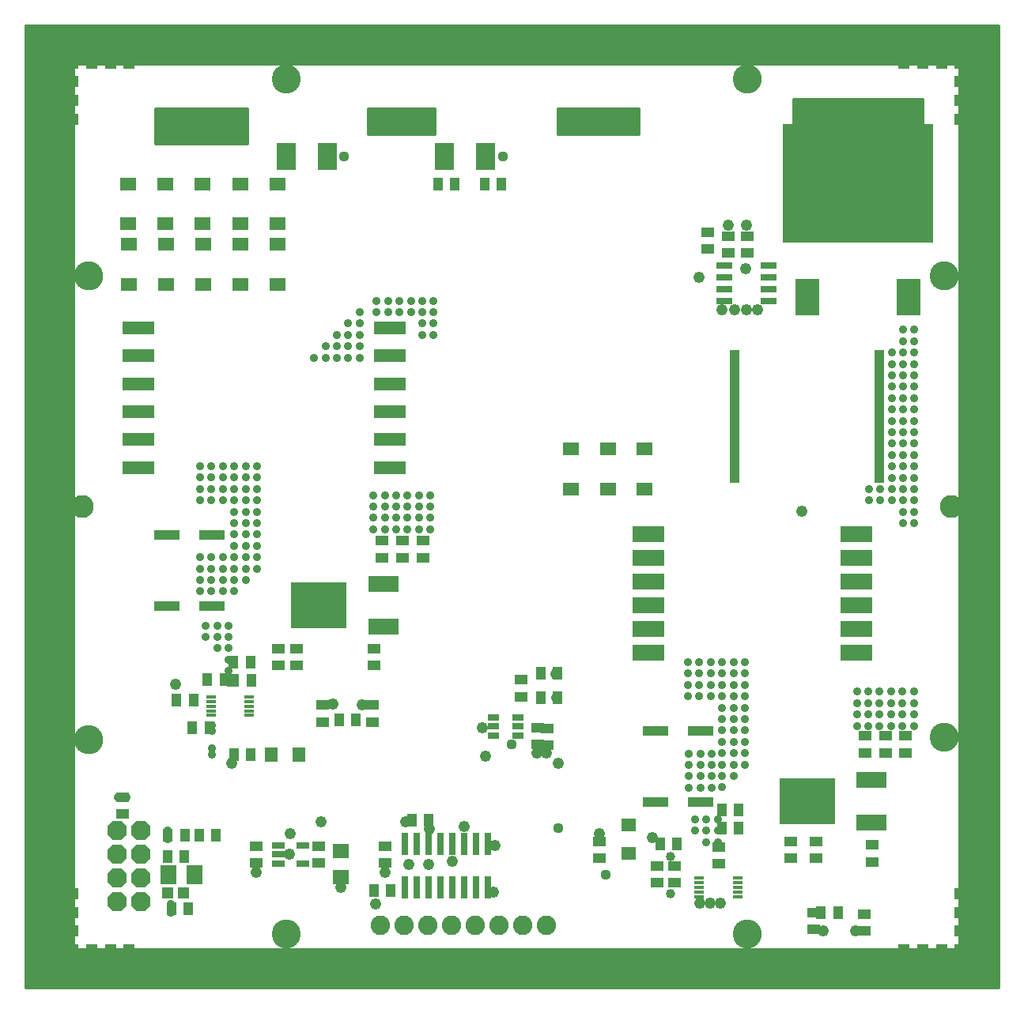
<source format=gts>
G75*
%MOIN*%
%OFA0B0*%
%FSLAX25Y25*%
%IPPOS*%
%LPD*%
%AMOC8*
5,1,8,0,0,1.08239X$1,22.5*
%
%ADD10C,0.00000*%
%ADD11C,0.12217*%
%ADD12C,0.09698*%
%ADD13C,0.01600*%
%ADD14R,0.03950X0.05524*%
%ADD15R,0.06587X0.05800*%
%ADD16R,0.12611X0.07099*%
%ADD17R,0.23300X0.19800*%
%ADD18R,0.05524X0.03950*%
%ADD19R,0.04331X0.01575*%
%ADD20R,0.13800X0.05800*%
%ADD21R,0.05524X0.06312*%
%ADD22R,0.13800X0.06800*%
%ADD23R,0.06312X0.05524*%
%ADD24R,0.04934X0.03162*%
%ADD25R,0.06902X0.03162*%
%ADD26R,0.05131X0.04737*%
%ADD27R,0.07099X0.07887*%
%ADD28C,0.08200*%
%ADD29R,0.11036X0.03950*%
%ADD30R,0.09934X0.15800*%
%ADD31R,0.63595X0.50209*%
%ADD32R,0.04343X0.56312*%
%ADD33R,0.03008X0.09383*%
%ADD34OC8,0.08200*%
%ADD35R,0.07887X0.11430*%
%ADD36R,0.05524X0.03162*%
%ADD37R,0.07099X0.06312*%
%ADD38C,0.04762*%
%ADD39C,0.03600*%
%ADD40R,0.04762X0.04762*%
%ADD41C,0.03975*%
%ADD42C,0.04369*%
D10*
X0021485Y0009674D02*
X0060855Y0009674D01*
X0060855Y0005737D01*
X0371879Y0005737D01*
X0371879Y0009674D01*
X0411249Y0009674D01*
X0411249Y0049044D01*
X0415186Y0049044D01*
X0415186Y0360068D01*
X0411249Y0360068D01*
X0411249Y0399438D01*
X0371879Y0399438D01*
X0371879Y0403375D01*
X0060855Y0403375D01*
X0060855Y0399438D01*
X0021485Y0399438D01*
X0021485Y0360068D01*
X0017548Y0360068D01*
X0017548Y0049044D01*
X0021485Y0049044D01*
X0021485Y0009674D01*
X0030343Y0106131D02*
X0030345Y0106282D01*
X0030351Y0106432D01*
X0030361Y0106583D01*
X0030375Y0106733D01*
X0030393Y0106882D01*
X0030414Y0107032D01*
X0030440Y0107180D01*
X0030470Y0107328D01*
X0030503Y0107475D01*
X0030541Y0107621D01*
X0030582Y0107766D01*
X0030627Y0107910D01*
X0030676Y0108052D01*
X0030729Y0108193D01*
X0030785Y0108333D01*
X0030845Y0108471D01*
X0030908Y0108608D01*
X0030976Y0108743D01*
X0031046Y0108876D01*
X0031120Y0109007D01*
X0031198Y0109136D01*
X0031279Y0109263D01*
X0031363Y0109388D01*
X0031451Y0109511D01*
X0031542Y0109631D01*
X0031636Y0109749D01*
X0031733Y0109864D01*
X0031833Y0109977D01*
X0031936Y0110087D01*
X0032042Y0110194D01*
X0032151Y0110299D01*
X0032262Y0110400D01*
X0032376Y0110499D01*
X0032492Y0110594D01*
X0032612Y0110687D01*
X0032733Y0110776D01*
X0032857Y0110862D01*
X0032983Y0110945D01*
X0033111Y0111024D01*
X0033241Y0111100D01*
X0033373Y0111173D01*
X0033507Y0111241D01*
X0033643Y0111307D01*
X0033781Y0111369D01*
X0033920Y0111427D01*
X0034060Y0111481D01*
X0034202Y0111532D01*
X0034345Y0111579D01*
X0034490Y0111622D01*
X0034635Y0111661D01*
X0034782Y0111697D01*
X0034929Y0111728D01*
X0035077Y0111756D01*
X0035226Y0111780D01*
X0035375Y0111800D01*
X0035525Y0111816D01*
X0035675Y0111828D01*
X0035826Y0111836D01*
X0035977Y0111840D01*
X0036127Y0111840D01*
X0036278Y0111836D01*
X0036429Y0111828D01*
X0036579Y0111816D01*
X0036729Y0111800D01*
X0036878Y0111780D01*
X0037027Y0111756D01*
X0037175Y0111728D01*
X0037322Y0111697D01*
X0037469Y0111661D01*
X0037614Y0111622D01*
X0037759Y0111579D01*
X0037902Y0111532D01*
X0038044Y0111481D01*
X0038184Y0111427D01*
X0038323Y0111369D01*
X0038461Y0111307D01*
X0038597Y0111241D01*
X0038731Y0111173D01*
X0038863Y0111100D01*
X0038993Y0111024D01*
X0039121Y0110945D01*
X0039247Y0110862D01*
X0039371Y0110776D01*
X0039492Y0110687D01*
X0039612Y0110594D01*
X0039728Y0110499D01*
X0039842Y0110400D01*
X0039953Y0110299D01*
X0040062Y0110194D01*
X0040168Y0110087D01*
X0040271Y0109977D01*
X0040371Y0109864D01*
X0040468Y0109749D01*
X0040562Y0109631D01*
X0040653Y0109511D01*
X0040741Y0109388D01*
X0040825Y0109263D01*
X0040906Y0109136D01*
X0040984Y0109007D01*
X0041058Y0108876D01*
X0041128Y0108743D01*
X0041196Y0108608D01*
X0041259Y0108471D01*
X0041319Y0108333D01*
X0041375Y0108193D01*
X0041428Y0108052D01*
X0041477Y0107910D01*
X0041522Y0107766D01*
X0041563Y0107621D01*
X0041601Y0107475D01*
X0041634Y0107328D01*
X0041664Y0107180D01*
X0041690Y0107032D01*
X0041711Y0106882D01*
X0041729Y0106733D01*
X0041743Y0106583D01*
X0041753Y0106432D01*
X0041759Y0106282D01*
X0041761Y0106131D01*
X0041759Y0105980D01*
X0041753Y0105830D01*
X0041743Y0105679D01*
X0041729Y0105529D01*
X0041711Y0105380D01*
X0041690Y0105230D01*
X0041664Y0105082D01*
X0041634Y0104934D01*
X0041601Y0104787D01*
X0041563Y0104641D01*
X0041522Y0104496D01*
X0041477Y0104352D01*
X0041428Y0104210D01*
X0041375Y0104069D01*
X0041319Y0103929D01*
X0041259Y0103791D01*
X0041196Y0103654D01*
X0041128Y0103519D01*
X0041058Y0103386D01*
X0040984Y0103255D01*
X0040906Y0103126D01*
X0040825Y0102999D01*
X0040741Y0102874D01*
X0040653Y0102751D01*
X0040562Y0102631D01*
X0040468Y0102513D01*
X0040371Y0102398D01*
X0040271Y0102285D01*
X0040168Y0102175D01*
X0040062Y0102068D01*
X0039953Y0101963D01*
X0039842Y0101862D01*
X0039728Y0101763D01*
X0039612Y0101668D01*
X0039492Y0101575D01*
X0039371Y0101486D01*
X0039247Y0101400D01*
X0039121Y0101317D01*
X0038993Y0101238D01*
X0038863Y0101162D01*
X0038731Y0101089D01*
X0038597Y0101021D01*
X0038461Y0100955D01*
X0038323Y0100893D01*
X0038184Y0100835D01*
X0038044Y0100781D01*
X0037902Y0100730D01*
X0037759Y0100683D01*
X0037614Y0100640D01*
X0037469Y0100601D01*
X0037322Y0100565D01*
X0037175Y0100534D01*
X0037027Y0100506D01*
X0036878Y0100482D01*
X0036729Y0100462D01*
X0036579Y0100446D01*
X0036429Y0100434D01*
X0036278Y0100426D01*
X0036127Y0100422D01*
X0035977Y0100422D01*
X0035826Y0100426D01*
X0035675Y0100434D01*
X0035525Y0100446D01*
X0035375Y0100462D01*
X0035226Y0100482D01*
X0035077Y0100506D01*
X0034929Y0100534D01*
X0034782Y0100565D01*
X0034635Y0100601D01*
X0034490Y0100640D01*
X0034345Y0100683D01*
X0034202Y0100730D01*
X0034060Y0100781D01*
X0033920Y0100835D01*
X0033781Y0100893D01*
X0033643Y0100955D01*
X0033507Y0101021D01*
X0033373Y0101089D01*
X0033241Y0101162D01*
X0033111Y0101238D01*
X0032983Y0101317D01*
X0032857Y0101400D01*
X0032733Y0101486D01*
X0032612Y0101575D01*
X0032492Y0101668D01*
X0032376Y0101763D01*
X0032262Y0101862D01*
X0032151Y0101963D01*
X0032042Y0102068D01*
X0031936Y0102175D01*
X0031833Y0102285D01*
X0031733Y0102398D01*
X0031636Y0102513D01*
X0031542Y0102631D01*
X0031451Y0102751D01*
X0031363Y0102874D01*
X0031279Y0102999D01*
X0031198Y0103126D01*
X0031120Y0103255D01*
X0031046Y0103386D01*
X0030976Y0103519D01*
X0030908Y0103654D01*
X0030845Y0103791D01*
X0030785Y0103929D01*
X0030729Y0104069D01*
X0030676Y0104210D01*
X0030627Y0104352D01*
X0030582Y0104496D01*
X0030541Y0104641D01*
X0030503Y0104787D01*
X0030470Y0104934D01*
X0030440Y0105082D01*
X0030414Y0105230D01*
X0030393Y0105380D01*
X0030375Y0105529D01*
X0030361Y0105679D01*
X0030351Y0105830D01*
X0030345Y0105980D01*
X0030343Y0106131D01*
X0113414Y0024241D02*
X0113416Y0024392D01*
X0113422Y0024542D01*
X0113432Y0024693D01*
X0113446Y0024843D01*
X0113464Y0024992D01*
X0113485Y0025142D01*
X0113511Y0025290D01*
X0113541Y0025438D01*
X0113574Y0025585D01*
X0113612Y0025731D01*
X0113653Y0025876D01*
X0113698Y0026020D01*
X0113747Y0026162D01*
X0113800Y0026303D01*
X0113856Y0026443D01*
X0113916Y0026581D01*
X0113979Y0026718D01*
X0114047Y0026853D01*
X0114117Y0026986D01*
X0114191Y0027117D01*
X0114269Y0027246D01*
X0114350Y0027373D01*
X0114434Y0027498D01*
X0114522Y0027621D01*
X0114613Y0027741D01*
X0114707Y0027859D01*
X0114804Y0027974D01*
X0114904Y0028087D01*
X0115007Y0028197D01*
X0115113Y0028304D01*
X0115222Y0028409D01*
X0115333Y0028510D01*
X0115447Y0028609D01*
X0115563Y0028704D01*
X0115683Y0028797D01*
X0115804Y0028886D01*
X0115928Y0028972D01*
X0116054Y0029055D01*
X0116182Y0029134D01*
X0116312Y0029210D01*
X0116444Y0029283D01*
X0116578Y0029351D01*
X0116714Y0029417D01*
X0116852Y0029479D01*
X0116991Y0029537D01*
X0117131Y0029591D01*
X0117273Y0029642D01*
X0117416Y0029689D01*
X0117561Y0029732D01*
X0117706Y0029771D01*
X0117853Y0029807D01*
X0118000Y0029838D01*
X0118148Y0029866D01*
X0118297Y0029890D01*
X0118446Y0029910D01*
X0118596Y0029926D01*
X0118746Y0029938D01*
X0118897Y0029946D01*
X0119048Y0029950D01*
X0119198Y0029950D01*
X0119349Y0029946D01*
X0119500Y0029938D01*
X0119650Y0029926D01*
X0119800Y0029910D01*
X0119949Y0029890D01*
X0120098Y0029866D01*
X0120246Y0029838D01*
X0120393Y0029807D01*
X0120540Y0029771D01*
X0120685Y0029732D01*
X0120830Y0029689D01*
X0120973Y0029642D01*
X0121115Y0029591D01*
X0121255Y0029537D01*
X0121394Y0029479D01*
X0121532Y0029417D01*
X0121668Y0029351D01*
X0121802Y0029283D01*
X0121934Y0029210D01*
X0122064Y0029134D01*
X0122192Y0029055D01*
X0122318Y0028972D01*
X0122442Y0028886D01*
X0122563Y0028797D01*
X0122683Y0028704D01*
X0122799Y0028609D01*
X0122913Y0028510D01*
X0123024Y0028409D01*
X0123133Y0028304D01*
X0123239Y0028197D01*
X0123342Y0028087D01*
X0123442Y0027974D01*
X0123539Y0027859D01*
X0123633Y0027741D01*
X0123724Y0027621D01*
X0123812Y0027498D01*
X0123896Y0027373D01*
X0123977Y0027246D01*
X0124055Y0027117D01*
X0124129Y0026986D01*
X0124199Y0026853D01*
X0124267Y0026718D01*
X0124330Y0026581D01*
X0124390Y0026443D01*
X0124446Y0026303D01*
X0124499Y0026162D01*
X0124548Y0026020D01*
X0124593Y0025876D01*
X0124634Y0025731D01*
X0124672Y0025585D01*
X0124705Y0025438D01*
X0124735Y0025290D01*
X0124761Y0025142D01*
X0124782Y0024992D01*
X0124800Y0024843D01*
X0124814Y0024693D01*
X0124824Y0024542D01*
X0124830Y0024392D01*
X0124832Y0024241D01*
X0124830Y0024090D01*
X0124824Y0023940D01*
X0124814Y0023789D01*
X0124800Y0023639D01*
X0124782Y0023490D01*
X0124761Y0023340D01*
X0124735Y0023192D01*
X0124705Y0023044D01*
X0124672Y0022897D01*
X0124634Y0022751D01*
X0124593Y0022606D01*
X0124548Y0022462D01*
X0124499Y0022320D01*
X0124446Y0022179D01*
X0124390Y0022039D01*
X0124330Y0021901D01*
X0124267Y0021764D01*
X0124199Y0021629D01*
X0124129Y0021496D01*
X0124055Y0021365D01*
X0123977Y0021236D01*
X0123896Y0021109D01*
X0123812Y0020984D01*
X0123724Y0020861D01*
X0123633Y0020741D01*
X0123539Y0020623D01*
X0123442Y0020508D01*
X0123342Y0020395D01*
X0123239Y0020285D01*
X0123133Y0020178D01*
X0123024Y0020073D01*
X0122913Y0019972D01*
X0122799Y0019873D01*
X0122683Y0019778D01*
X0122563Y0019685D01*
X0122442Y0019596D01*
X0122318Y0019510D01*
X0122192Y0019427D01*
X0122064Y0019348D01*
X0121934Y0019272D01*
X0121802Y0019199D01*
X0121668Y0019131D01*
X0121532Y0019065D01*
X0121394Y0019003D01*
X0121255Y0018945D01*
X0121115Y0018891D01*
X0120973Y0018840D01*
X0120830Y0018793D01*
X0120685Y0018750D01*
X0120540Y0018711D01*
X0120393Y0018675D01*
X0120246Y0018644D01*
X0120098Y0018616D01*
X0119949Y0018592D01*
X0119800Y0018572D01*
X0119650Y0018556D01*
X0119500Y0018544D01*
X0119349Y0018536D01*
X0119198Y0018532D01*
X0119048Y0018532D01*
X0118897Y0018536D01*
X0118746Y0018544D01*
X0118596Y0018556D01*
X0118446Y0018572D01*
X0118297Y0018592D01*
X0118148Y0018616D01*
X0118000Y0018644D01*
X0117853Y0018675D01*
X0117706Y0018711D01*
X0117561Y0018750D01*
X0117416Y0018793D01*
X0117273Y0018840D01*
X0117131Y0018891D01*
X0116991Y0018945D01*
X0116852Y0019003D01*
X0116714Y0019065D01*
X0116578Y0019131D01*
X0116444Y0019199D01*
X0116312Y0019272D01*
X0116182Y0019348D01*
X0116054Y0019427D01*
X0115928Y0019510D01*
X0115804Y0019596D01*
X0115683Y0019685D01*
X0115563Y0019778D01*
X0115447Y0019873D01*
X0115333Y0019972D01*
X0115222Y0020073D01*
X0115113Y0020178D01*
X0115007Y0020285D01*
X0114904Y0020395D01*
X0114804Y0020508D01*
X0114707Y0020623D01*
X0114613Y0020741D01*
X0114522Y0020861D01*
X0114434Y0020984D01*
X0114350Y0021109D01*
X0114269Y0021236D01*
X0114191Y0021365D01*
X0114117Y0021496D01*
X0114047Y0021629D01*
X0113979Y0021764D01*
X0113916Y0021901D01*
X0113856Y0022039D01*
X0113800Y0022179D01*
X0113747Y0022320D01*
X0113698Y0022462D01*
X0113653Y0022606D01*
X0113612Y0022751D01*
X0113574Y0022897D01*
X0113541Y0023044D01*
X0113511Y0023192D01*
X0113485Y0023340D01*
X0113464Y0023490D01*
X0113446Y0023639D01*
X0113432Y0023789D01*
X0113422Y0023940D01*
X0113416Y0024090D01*
X0113414Y0024241D01*
X0028847Y0204556D02*
X0028849Y0204689D01*
X0028855Y0204822D01*
X0028865Y0204955D01*
X0028879Y0205087D01*
X0028897Y0205219D01*
X0028918Y0205350D01*
X0028944Y0205481D01*
X0028974Y0205611D01*
X0029007Y0205740D01*
X0029045Y0205867D01*
X0029086Y0205994D01*
X0029131Y0206119D01*
X0029179Y0206243D01*
X0029232Y0206366D01*
X0029288Y0206486D01*
X0029347Y0206605D01*
X0029410Y0206723D01*
X0029477Y0206838D01*
X0029547Y0206951D01*
X0029620Y0207062D01*
X0029697Y0207171D01*
X0029777Y0207278D01*
X0029860Y0207382D01*
X0029946Y0207483D01*
X0030035Y0207582D01*
X0030127Y0207678D01*
X0030221Y0207772D01*
X0030319Y0207862D01*
X0030419Y0207950D01*
X0030522Y0208034D01*
X0030627Y0208116D01*
X0030735Y0208194D01*
X0030845Y0208269D01*
X0030957Y0208341D01*
X0031072Y0208409D01*
X0031188Y0208474D01*
X0031306Y0208535D01*
X0031426Y0208593D01*
X0031547Y0208647D01*
X0031671Y0208697D01*
X0031795Y0208744D01*
X0031921Y0208787D01*
X0032048Y0208826D01*
X0032177Y0208862D01*
X0032306Y0208893D01*
X0032436Y0208921D01*
X0032567Y0208945D01*
X0032699Y0208965D01*
X0032831Y0208981D01*
X0032964Y0208993D01*
X0033096Y0209001D01*
X0033229Y0209005D01*
X0033363Y0209005D01*
X0033496Y0209001D01*
X0033628Y0208993D01*
X0033761Y0208981D01*
X0033893Y0208965D01*
X0034025Y0208945D01*
X0034156Y0208921D01*
X0034286Y0208893D01*
X0034415Y0208862D01*
X0034544Y0208826D01*
X0034671Y0208787D01*
X0034797Y0208744D01*
X0034921Y0208697D01*
X0035045Y0208647D01*
X0035166Y0208593D01*
X0035286Y0208535D01*
X0035404Y0208474D01*
X0035521Y0208409D01*
X0035635Y0208341D01*
X0035747Y0208269D01*
X0035857Y0208194D01*
X0035965Y0208116D01*
X0036070Y0208034D01*
X0036173Y0207950D01*
X0036273Y0207862D01*
X0036371Y0207772D01*
X0036465Y0207678D01*
X0036557Y0207582D01*
X0036646Y0207483D01*
X0036732Y0207382D01*
X0036815Y0207278D01*
X0036895Y0207171D01*
X0036972Y0207062D01*
X0037045Y0206951D01*
X0037115Y0206838D01*
X0037182Y0206723D01*
X0037245Y0206605D01*
X0037304Y0206486D01*
X0037360Y0206366D01*
X0037413Y0206243D01*
X0037461Y0206119D01*
X0037506Y0205994D01*
X0037547Y0205867D01*
X0037585Y0205740D01*
X0037618Y0205611D01*
X0037648Y0205481D01*
X0037674Y0205350D01*
X0037695Y0205219D01*
X0037713Y0205087D01*
X0037727Y0204955D01*
X0037737Y0204822D01*
X0037743Y0204689D01*
X0037745Y0204556D01*
X0037743Y0204423D01*
X0037737Y0204290D01*
X0037727Y0204157D01*
X0037713Y0204025D01*
X0037695Y0203893D01*
X0037674Y0203762D01*
X0037648Y0203631D01*
X0037618Y0203501D01*
X0037585Y0203372D01*
X0037547Y0203245D01*
X0037506Y0203118D01*
X0037461Y0202993D01*
X0037413Y0202869D01*
X0037360Y0202746D01*
X0037304Y0202626D01*
X0037245Y0202507D01*
X0037182Y0202389D01*
X0037115Y0202274D01*
X0037045Y0202161D01*
X0036972Y0202050D01*
X0036895Y0201941D01*
X0036815Y0201834D01*
X0036732Y0201730D01*
X0036646Y0201629D01*
X0036557Y0201530D01*
X0036465Y0201434D01*
X0036371Y0201340D01*
X0036273Y0201250D01*
X0036173Y0201162D01*
X0036070Y0201078D01*
X0035965Y0200996D01*
X0035857Y0200918D01*
X0035747Y0200843D01*
X0035635Y0200771D01*
X0035520Y0200703D01*
X0035404Y0200638D01*
X0035286Y0200577D01*
X0035166Y0200519D01*
X0035045Y0200465D01*
X0034921Y0200415D01*
X0034797Y0200368D01*
X0034671Y0200325D01*
X0034544Y0200286D01*
X0034415Y0200250D01*
X0034286Y0200219D01*
X0034156Y0200191D01*
X0034025Y0200167D01*
X0033893Y0200147D01*
X0033761Y0200131D01*
X0033628Y0200119D01*
X0033496Y0200111D01*
X0033363Y0200107D01*
X0033229Y0200107D01*
X0033096Y0200111D01*
X0032964Y0200119D01*
X0032831Y0200131D01*
X0032699Y0200147D01*
X0032567Y0200167D01*
X0032436Y0200191D01*
X0032306Y0200219D01*
X0032177Y0200250D01*
X0032048Y0200286D01*
X0031921Y0200325D01*
X0031795Y0200368D01*
X0031671Y0200415D01*
X0031547Y0200465D01*
X0031426Y0200519D01*
X0031306Y0200577D01*
X0031188Y0200638D01*
X0031071Y0200703D01*
X0030957Y0200771D01*
X0030845Y0200843D01*
X0030735Y0200918D01*
X0030627Y0200996D01*
X0030522Y0201078D01*
X0030419Y0201162D01*
X0030319Y0201250D01*
X0030221Y0201340D01*
X0030127Y0201434D01*
X0030035Y0201530D01*
X0029946Y0201629D01*
X0029860Y0201730D01*
X0029777Y0201834D01*
X0029697Y0201941D01*
X0029620Y0202050D01*
X0029547Y0202161D01*
X0029477Y0202274D01*
X0029410Y0202389D01*
X0029347Y0202507D01*
X0029288Y0202626D01*
X0029232Y0202746D01*
X0029179Y0202869D01*
X0029131Y0202993D01*
X0029086Y0203118D01*
X0029045Y0203245D01*
X0029007Y0203372D01*
X0028974Y0203501D01*
X0028944Y0203631D01*
X0028918Y0203762D01*
X0028897Y0203893D01*
X0028879Y0204025D01*
X0028865Y0204157D01*
X0028855Y0204290D01*
X0028849Y0204423D01*
X0028847Y0204556D01*
X0030343Y0301800D02*
X0030345Y0301951D01*
X0030351Y0302101D01*
X0030361Y0302252D01*
X0030375Y0302402D01*
X0030393Y0302551D01*
X0030414Y0302701D01*
X0030440Y0302849D01*
X0030470Y0302997D01*
X0030503Y0303144D01*
X0030541Y0303290D01*
X0030582Y0303435D01*
X0030627Y0303579D01*
X0030676Y0303721D01*
X0030729Y0303862D01*
X0030785Y0304002D01*
X0030845Y0304140D01*
X0030908Y0304277D01*
X0030976Y0304412D01*
X0031046Y0304545D01*
X0031120Y0304676D01*
X0031198Y0304805D01*
X0031279Y0304932D01*
X0031363Y0305057D01*
X0031451Y0305180D01*
X0031542Y0305300D01*
X0031636Y0305418D01*
X0031733Y0305533D01*
X0031833Y0305646D01*
X0031936Y0305756D01*
X0032042Y0305863D01*
X0032151Y0305968D01*
X0032262Y0306069D01*
X0032376Y0306168D01*
X0032492Y0306263D01*
X0032612Y0306356D01*
X0032733Y0306445D01*
X0032857Y0306531D01*
X0032983Y0306614D01*
X0033111Y0306693D01*
X0033241Y0306769D01*
X0033373Y0306842D01*
X0033507Y0306910D01*
X0033643Y0306976D01*
X0033781Y0307038D01*
X0033920Y0307096D01*
X0034060Y0307150D01*
X0034202Y0307201D01*
X0034345Y0307248D01*
X0034490Y0307291D01*
X0034635Y0307330D01*
X0034782Y0307366D01*
X0034929Y0307397D01*
X0035077Y0307425D01*
X0035226Y0307449D01*
X0035375Y0307469D01*
X0035525Y0307485D01*
X0035675Y0307497D01*
X0035826Y0307505D01*
X0035977Y0307509D01*
X0036127Y0307509D01*
X0036278Y0307505D01*
X0036429Y0307497D01*
X0036579Y0307485D01*
X0036729Y0307469D01*
X0036878Y0307449D01*
X0037027Y0307425D01*
X0037175Y0307397D01*
X0037322Y0307366D01*
X0037469Y0307330D01*
X0037614Y0307291D01*
X0037759Y0307248D01*
X0037902Y0307201D01*
X0038044Y0307150D01*
X0038184Y0307096D01*
X0038323Y0307038D01*
X0038461Y0306976D01*
X0038597Y0306910D01*
X0038731Y0306842D01*
X0038863Y0306769D01*
X0038993Y0306693D01*
X0039121Y0306614D01*
X0039247Y0306531D01*
X0039371Y0306445D01*
X0039492Y0306356D01*
X0039612Y0306263D01*
X0039728Y0306168D01*
X0039842Y0306069D01*
X0039953Y0305968D01*
X0040062Y0305863D01*
X0040168Y0305756D01*
X0040271Y0305646D01*
X0040371Y0305533D01*
X0040468Y0305418D01*
X0040562Y0305300D01*
X0040653Y0305180D01*
X0040741Y0305057D01*
X0040825Y0304932D01*
X0040906Y0304805D01*
X0040984Y0304676D01*
X0041058Y0304545D01*
X0041128Y0304412D01*
X0041196Y0304277D01*
X0041259Y0304140D01*
X0041319Y0304002D01*
X0041375Y0303862D01*
X0041428Y0303721D01*
X0041477Y0303579D01*
X0041522Y0303435D01*
X0041563Y0303290D01*
X0041601Y0303144D01*
X0041634Y0302997D01*
X0041664Y0302849D01*
X0041690Y0302701D01*
X0041711Y0302551D01*
X0041729Y0302402D01*
X0041743Y0302252D01*
X0041753Y0302101D01*
X0041759Y0301951D01*
X0041761Y0301800D01*
X0041759Y0301649D01*
X0041753Y0301499D01*
X0041743Y0301348D01*
X0041729Y0301198D01*
X0041711Y0301049D01*
X0041690Y0300899D01*
X0041664Y0300751D01*
X0041634Y0300603D01*
X0041601Y0300456D01*
X0041563Y0300310D01*
X0041522Y0300165D01*
X0041477Y0300021D01*
X0041428Y0299879D01*
X0041375Y0299738D01*
X0041319Y0299598D01*
X0041259Y0299460D01*
X0041196Y0299323D01*
X0041128Y0299188D01*
X0041058Y0299055D01*
X0040984Y0298924D01*
X0040906Y0298795D01*
X0040825Y0298668D01*
X0040741Y0298543D01*
X0040653Y0298420D01*
X0040562Y0298300D01*
X0040468Y0298182D01*
X0040371Y0298067D01*
X0040271Y0297954D01*
X0040168Y0297844D01*
X0040062Y0297737D01*
X0039953Y0297632D01*
X0039842Y0297531D01*
X0039728Y0297432D01*
X0039612Y0297337D01*
X0039492Y0297244D01*
X0039371Y0297155D01*
X0039247Y0297069D01*
X0039121Y0296986D01*
X0038993Y0296907D01*
X0038863Y0296831D01*
X0038731Y0296758D01*
X0038597Y0296690D01*
X0038461Y0296624D01*
X0038323Y0296562D01*
X0038184Y0296504D01*
X0038044Y0296450D01*
X0037902Y0296399D01*
X0037759Y0296352D01*
X0037614Y0296309D01*
X0037469Y0296270D01*
X0037322Y0296234D01*
X0037175Y0296203D01*
X0037027Y0296175D01*
X0036878Y0296151D01*
X0036729Y0296131D01*
X0036579Y0296115D01*
X0036429Y0296103D01*
X0036278Y0296095D01*
X0036127Y0296091D01*
X0035977Y0296091D01*
X0035826Y0296095D01*
X0035675Y0296103D01*
X0035525Y0296115D01*
X0035375Y0296131D01*
X0035226Y0296151D01*
X0035077Y0296175D01*
X0034929Y0296203D01*
X0034782Y0296234D01*
X0034635Y0296270D01*
X0034490Y0296309D01*
X0034345Y0296352D01*
X0034202Y0296399D01*
X0034060Y0296450D01*
X0033920Y0296504D01*
X0033781Y0296562D01*
X0033643Y0296624D01*
X0033507Y0296690D01*
X0033373Y0296758D01*
X0033241Y0296831D01*
X0033111Y0296907D01*
X0032983Y0296986D01*
X0032857Y0297069D01*
X0032733Y0297155D01*
X0032612Y0297244D01*
X0032492Y0297337D01*
X0032376Y0297432D01*
X0032262Y0297531D01*
X0032151Y0297632D01*
X0032042Y0297737D01*
X0031936Y0297844D01*
X0031833Y0297954D01*
X0031733Y0298067D01*
X0031636Y0298182D01*
X0031542Y0298300D01*
X0031451Y0298420D01*
X0031363Y0298543D01*
X0031279Y0298668D01*
X0031198Y0298795D01*
X0031120Y0298924D01*
X0031046Y0299055D01*
X0030976Y0299188D01*
X0030908Y0299323D01*
X0030845Y0299460D01*
X0030785Y0299598D01*
X0030729Y0299738D01*
X0030676Y0299879D01*
X0030627Y0300021D01*
X0030582Y0300165D01*
X0030541Y0300310D01*
X0030503Y0300456D01*
X0030470Y0300603D01*
X0030440Y0300751D01*
X0030414Y0300899D01*
X0030393Y0301049D01*
X0030375Y0301198D01*
X0030361Y0301348D01*
X0030351Y0301499D01*
X0030345Y0301649D01*
X0030343Y0301800D01*
X0113414Y0384871D02*
X0113416Y0385022D01*
X0113422Y0385172D01*
X0113432Y0385323D01*
X0113446Y0385473D01*
X0113464Y0385622D01*
X0113485Y0385772D01*
X0113511Y0385920D01*
X0113541Y0386068D01*
X0113574Y0386215D01*
X0113612Y0386361D01*
X0113653Y0386506D01*
X0113698Y0386650D01*
X0113747Y0386792D01*
X0113800Y0386933D01*
X0113856Y0387073D01*
X0113916Y0387211D01*
X0113979Y0387348D01*
X0114047Y0387483D01*
X0114117Y0387616D01*
X0114191Y0387747D01*
X0114269Y0387876D01*
X0114350Y0388003D01*
X0114434Y0388128D01*
X0114522Y0388251D01*
X0114613Y0388371D01*
X0114707Y0388489D01*
X0114804Y0388604D01*
X0114904Y0388717D01*
X0115007Y0388827D01*
X0115113Y0388934D01*
X0115222Y0389039D01*
X0115333Y0389140D01*
X0115447Y0389239D01*
X0115563Y0389334D01*
X0115683Y0389427D01*
X0115804Y0389516D01*
X0115928Y0389602D01*
X0116054Y0389685D01*
X0116182Y0389764D01*
X0116312Y0389840D01*
X0116444Y0389913D01*
X0116578Y0389981D01*
X0116714Y0390047D01*
X0116852Y0390109D01*
X0116991Y0390167D01*
X0117131Y0390221D01*
X0117273Y0390272D01*
X0117416Y0390319D01*
X0117561Y0390362D01*
X0117706Y0390401D01*
X0117853Y0390437D01*
X0118000Y0390468D01*
X0118148Y0390496D01*
X0118297Y0390520D01*
X0118446Y0390540D01*
X0118596Y0390556D01*
X0118746Y0390568D01*
X0118897Y0390576D01*
X0119048Y0390580D01*
X0119198Y0390580D01*
X0119349Y0390576D01*
X0119500Y0390568D01*
X0119650Y0390556D01*
X0119800Y0390540D01*
X0119949Y0390520D01*
X0120098Y0390496D01*
X0120246Y0390468D01*
X0120393Y0390437D01*
X0120540Y0390401D01*
X0120685Y0390362D01*
X0120830Y0390319D01*
X0120973Y0390272D01*
X0121115Y0390221D01*
X0121255Y0390167D01*
X0121394Y0390109D01*
X0121532Y0390047D01*
X0121668Y0389981D01*
X0121802Y0389913D01*
X0121934Y0389840D01*
X0122064Y0389764D01*
X0122192Y0389685D01*
X0122318Y0389602D01*
X0122442Y0389516D01*
X0122563Y0389427D01*
X0122683Y0389334D01*
X0122799Y0389239D01*
X0122913Y0389140D01*
X0123024Y0389039D01*
X0123133Y0388934D01*
X0123239Y0388827D01*
X0123342Y0388717D01*
X0123442Y0388604D01*
X0123539Y0388489D01*
X0123633Y0388371D01*
X0123724Y0388251D01*
X0123812Y0388128D01*
X0123896Y0388003D01*
X0123977Y0387876D01*
X0124055Y0387747D01*
X0124129Y0387616D01*
X0124199Y0387483D01*
X0124267Y0387348D01*
X0124330Y0387211D01*
X0124390Y0387073D01*
X0124446Y0386933D01*
X0124499Y0386792D01*
X0124548Y0386650D01*
X0124593Y0386506D01*
X0124634Y0386361D01*
X0124672Y0386215D01*
X0124705Y0386068D01*
X0124735Y0385920D01*
X0124761Y0385772D01*
X0124782Y0385622D01*
X0124800Y0385473D01*
X0124814Y0385323D01*
X0124824Y0385172D01*
X0124830Y0385022D01*
X0124832Y0384871D01*
X0124830Y0384720D01*
X0124824Y0384570D01*
X0124814Y0384419D01*
X0124800Y0384269D01*
X0124782Y0384120D01*
X0124761Y0383970D01*
X0124735Y0383822D01*
X0124705Y0383674D01*
X0124672Y0383527D01*
X0124634Y0383381D01*
X0124593Y0383236D01*
X0124548Y0383092D01*
X0124499Y0382950D01*
X0124446Y0382809D01*
X0124390Y0382669D01*
X0124330Y0382531D01*
X0124267Y0382394D01*
X0124199Y0382259D01*
X0124129Y0382126D01*
X0124055Y0381995D01*
X0123977Y0381866D01*
X0123896Y0381739D01*
X0123812Y0381614D01*
X0123724Y0381491D01*
X0123633Y0381371D01*
X0123539Y0381253D01*
X0123442Y0381138D01*
X0123342Y0381025D01*
X0123239Y0380915D01*
X0123133Y0380808D01*
X0123024Y0380703D01*
X0122913Y0380602D01*
X0122799Y0380503D01*
X0122683Y0380408D01*
X0122563Y0380315D01*
X0122442Y0380226D01*
X0122318Y0380140D01*
X0122192Y0380057D01*
X0122064Y0379978D01*
X0121934Y0379902D01*
X0121802Y0379829D01*
X0121668Y0379761D01*
X0121532Y0379695D01*
X0121394Y0379633D01*
X0121255Y0379575D01*
X0121115Y0379521D01*
X0120973Y0379470D01*
X0120830Y0379423D01*
X0120685Y0379380D01*
X0120540Y0379341D01*
X0120393Y0379305D01*
X0120246Y0379274D01*
X0120098Y0379246D01*
X0119949Y0379222D01*
X0119800Y0379202D01*
X0119650Y0379186D01*
X0119500Y0379174D01*
X0119349Y0379166D01*
X0119198Y0379162D01*
X0119048Y0379162D01*
X0118897Y0379166D01*
X0118746Y0379174D01*
X0118596Y0379186D01*
X0118446Y0379202D01*
X0118297Y0379222D01*
X0118148Y0379246D01*
X0118000Y0379274D01*
X0117853Y0379305D01*
X0117706Y0379341D01*
X0117561Y0379380D01*
X0117416Y0379423D01*
X0117273Y0379470D01*
X0117131Y0379521D01*
X0116991Y0379575D01*
X0116852Y0379633D01*
X0116714Y0379695D01*
X0116578Y0379761D01*
X0116444Y0379829D01*
X0116312Y0379902D01*
X0116182Y0379978D01*
X0116054Y0380057D01*
X0115928Y0380140D01*
X0115804Y0380226D01*
X0115683Y0380315D01*
X0115563Y0380408D01*
X0115447Y0380503D01*
X0115333Y0380602D01*
X0115222Y0380703D01*
X0115113Y0380808D01*
X0115007Y0380915D01*
X0114904Y0381025D01*
X0114804Y0381138D01*
X0114707Y0381253D01*
X0114613Y0381371D01*
X0114522Y0381491D01*
X0114434Y0381614D01*
X0114350Y0381739D01*
X0114269Y0381866D01*
X0114191Y0381995D01*
X0114117Y0382126D01*
X0114047Y0382259D01*
X0113979Y0382394D01*
X0113916Y0382531D01*
X0113856Y0382669D01*
X0113800Y0382809D01*
X0113747Y0382950D01*
X0113698Y0383092D01*
X0113653Y0383236D01*
X0113612Y0383381D01*
X0113574Y0383527D01*
X0113541Y0383674D01*
X0113511Y0383822D01*
X0113485Y0383970D01*
X0113464Y0384120D01*
X0113446Y0384269D01*
X0113432Y0384419D01*
X0113422Y0384570D01*
X0113416Y0384720D01*
X0113414Y0384871D01*
X0307902Y0384871D02*
X0307904Y0385022D01*
X0307910Y0385172D01*
X0307920Y0385323D01*
X0307934Y0385473D01*
X0307952Y0385622D01*
X0307973Y0385772D01*
X0307999Y0385920D01*
X0308029Y0386068D01*
X0308062Y0386215D01*
X0308100Y0386361D01*
X0308141Y0386506D01*
X0308186Y0386650D01*
X0308235Y0386792D01*
X0308288Y0386933D01*
X0308344Y0387073D01*
X0308404Y0387211D01*
X0308467Y0387348D01*
X0308535Y0387483D01*
X0308605Y0387616D01*
X0308679Y0387747D01*
X0308757Y0387876D01*
X0308838Y0388003D01*
X0308922Y0388128D01*
X0309010Y0388251D01*
X0309101Y0388371D01*
X0309195Y0388489D01*
X0309292Y0388604D01*
X0309392Y0388717D01*
X0309495Y0388827D01*
X0309601Y0388934D01*
X0309710Y0389039D01*
X0309821Y0389140D01*
X0309935Y0389239D01*
X0310051Y0389334D01*
X0310171Y0389427D01*
X0310292Y0389516D01*
X0310416Y0389602D01*
X0310542Y0389685D01*
X0310670Y0389764D01*
X0310800Y0389840D01*
X0310932Y0389913D01*
X0311066Y0389981D01*
X0311202Y0390047D01*
X0311340Y0390109D01*
X0311479Y0390167D01*
X0311619Y0390221D01*
X0311761Y0390272D01*
X0311904Y0390319D01*
X0312049Y0390362D01*
X0312194Y0390401D01*
X0312341Y0390437D01*
X0312488Y0390468D01*
X0312636Y0390496D01*
X0312785Y0390520D01*
X0312934Y0390540D01*
X0313084Y0390556D01*
X0313234Y0390568D01*
X0313385Y0390576D01*
X0313536Y0390580D01*
X0313686Y0390580D01*
X0313837Y0390576D01*
X0313988Y0390568D01*
X0314138Y0390556D01*
X0314288Y0390540D01*
X0314437Y0390520D01*
X0314586Y0390496D01*
X0314734Y0390468D01*
X0314881Y0390437D01*
X0315028Y0390401D01*
X0315173Y0390362D01*
X0315318Y0390319D01*
X0315461Y0390272D01*
X0315603Y0390221D01*
X0315743Y0390167D01*
X0315882Y0390109D01*
X0316020Y0390047D01*
X0316156Y0389981D01*
X0316290Y0389913D01*
X0316422Y0389840D01*
X0316552Y0389764D01*
X0316680Y0389685D01*
X0316806Y0389602D01*
X0316930Y0389516D01*
X0317051Y0389427D01*
X0317171Y0389334D01*
X0317287Y0389239D01*
X0317401Y0389140D01*
X0317512Y0389039D01*
X0317621Y0388934D01*
X0317727Y0388827D01*
X0317830Y0388717D01*
X0317930Y0388604D01*
X0318027Y0388489D01*
X0318121Y0388371D01*
X0318212Y0388251D01*
X0318300Y0388128D01*
X0318384Y0388003D01*
X0318465Y0387876D01*
X0318543Y0387747D01*
X0318617Y0387616D01*
X0318687Y0387483D01*
X0318755Y0387348D01*
X0318818Y0387211D01*
X0318878Y0387073D01*
X0318934Y0386933D01*
X0318987Y0386792D01*
X0319036Y0386650D01*
X0319081Y0386506D01*
X0319122Y0386361D01*
X0319160Y0386215D01*
X0319193Y0386068D01*
X0319223Y0385920D01*
X0319249Y0385772D01*
X0319270Y0385622D01*
X0319288Y0385473D01*
X0319302Y0385323D01*
X0319312Y0385172D01*
X0319318Y0385022D01*
X0319320Y0384871D01*
X0319318Y0384720D01*
X0319312Y0384570D01*
X0319302Y0384419D01*
X0319288Y0384269D01*
X0319270Y0384120D01*
X0319249Y0383970D01*
X0319223Y0383822D01*
X0319193Y0383674D01*
X0319160Y0383527D01*
X0319122Y0383381D01*
X0319081Y0383236D01*
X0319036Y0383092D01*
X0318987Y0382950D01*
X0318934Y0382809D01*
X0318878Y0382669D01*
X0318818Y0382531D01*
X0318755Y0382394D01*
X0318687Y0382259D01*
X0318617Y0382126D01*
X0318543Y0381995D01*
X0318465Y0381866D01*
X0318384Y0381739D01*
X0318300Y0381614D01*
X0318212Y0381491D01*
X0318121Y0381371D01*
X0318027Y0381253D01*
X0317930Y0381138D01*
X0317830Y0381025D01*
X0317727Y0380915D01*
X0317621Y0380808D01*
X0317512Y0380703D01*
X0317401Y0380602D01*
X0317287Y0380503D01*
X0317171Y0380408D01*
X0317051Y0380315D01*
X0316930Y0380226D01*
X0316806Y0380140D01*
X0316680Y0380057D01*
X0316552Y0379978D01*
X0316422Y0379902D01*
X0316290Y0379829D01*
X0316156Y0379761D01*
X0316020Y0379695D01*
X0315882Y0379633D01*
X0315743Y0379575D01*
X0315603Y0379521D01*
X0315461Y0379470D01*
X0315318Y0379423D01*
X0315173Y0379380D01*
X0315028Y0379341D01*
X0314881Y0379305D01*
X0314734Y0379274D01*
X0314586Y0379246D01*
X0314437Y0379222D01*
X0314288Y0379202D01*
X0314138Y0379186D01*
X0313988Y0379174D01*
X0313837Y0379166D01*
X0313686Y0379162D01*
X0313536Y0379162D01*
X0313385Y0379166D01*
X0313234Y0379174D01*
X0313084Y0379186D01*
X0312934Y0379202D01*
X0312785Y0379222D01*
X0312636Y0379246D01*
X0312488Y0379274D01*
X0312341Y0379305D01*
X0312194Y0379341D01*
X0312049Y0379380D01*
X0311904Y0379423D01*
X0311761Y0379470D01*
X0311619Y0379521D01*
X0311479Y0379575D01*
X0311340Y0379633D01*
X0311202Y0379695D01*
X0311066Y0379761D01*
X0310932Y0379829D01*
X0310800Y0379902D01*
X0310670Y0379978D01*
X0310542Y0380057D01*
X0310416Y0380140D01*
X0310292Y0380226D01*
X0310171Y0380315D01*
X0310051Y0380408D01*
X0309935Y0380503D01*
X0309821Y0380602D01*
X0309710Y0380703D01*
X0309601Y0380808D01*
X0309495Y0380915D01*
X0309392Y0381025D01*
X0309292Y0381138D01*
X0309195Y0381253D01*
X0309101Y0381371D01*
X0309010Y0381491D01*
X0308922Y0381614D01*
X0308838Y0381739D01*
X0308757Y0381866D01*
X0308679Y0381995D01*
X0308605Y0382126D01*
X0308535Y0382259D01*
X0308467Y0382394D01*
X0308404Y0382531D01*
X0308344Y0382669D01*
X0308288Y0382809D01*
X0308235Y0382950D01*
X0308186Y0383092D01*
X0308141Y0383236D01*
X0308100Y0383381D01*
X0308062Y0383527D01*
X0308029Y0383674D01*
X0307999Y0383822D01*
X0307973Y0383970D01*
X0307952Y0384120D01*
X0307934Y0384269D01*
X0307920Y0384419D01*
X0307910Y0384570D01*
X0307904Y0384720D01*
X0307902Y0384871D01*
X0390973Y0301800D02*
X0390975Y0301951D01*
X0390981Y0302101D01*
X0390991Y0302252D01*
X0391005Y0302402D01*
X0391023Y0302551D01*
X0391044Y0302701D01*
X0391070Y0302849D01*
X0391100Y0302997D01*
X0391133Y0303144D01*
X0391171Y0303290D01*
X0391212Y0303435D01*
X0391257Y0303579D01*
X0391306Y0303721D01*
X0391359Y0303862D01*
X0391415Y0304002D01*
X0391475Y0304140D01*
X0391538Y0304277D01*
X0391606Y0304412D01*
X0391676Y0304545D01*
X0391750Y0304676D01*
X0391828Y0304805D01*
X0391909Y0304932D01*
X0391993Y0305057D01*
X0392081Y0305180D01*
X0392172Y0305300D01*
X0392266Y0305418D01*
X0392363Y0305533D01*
X0392463Y0305646D01*
X0392566Y0305756D01*
X0392672Y0305863D01*
X0392781Y0305968D01*
X0392892Y0306069D01*
X0393006Y0306168D01*
X0393122Y0306263D01*
X0393242Y0306356D01*
X0393363Y0306445D01*
X0393487Y0306531D01*
X0393613Y0306614D01*
X0393741Y0306693D01*
X0393871Y0306769D01*
X0394003Y0306842D01*
X0394137Y0306910D01*
X0394273Y0306976D01*
X0394411Y0307038D01*
X0394550Y0307096D01*
X0394690Y0307150D01*
X0394832Y0307201D01*
X0394975Y0307248D01*
X0395120Y0307291D01*
X0395265Y0307330D01*
X0395412Y0307366D01*
X0395559Y0307397D01*
X0395707Y0307425D01*
X0395856Y0307449D01*
X0396005Y0307469D01*
X0396155Y0307485D01*
X0396305Y0307497D01*
X0396456Y0307505D01*
X0396607Y0307509D01*
X0396757Y0307509D01*
X0396908Y0307505D01*
X0397059Y0307497D01*
X0397209Y0307485D01*
X0397359Y0307469D01*
X0397508Y0307449D01*
X0397657Y0307425D01*
X0397805Y0307397D01*
X0397952Y0307366D01*
X0398099Y0307330D01*
X0398244Y0307291D01*
X0398389Y0307248D01*
X0398532Y0307201D01*
X0398674Y0307150D01*
X0398814Y0307096D01*
X0398953Y0307038D01*
X0399091Y0306976D01*
X0399227Y0306910D01*
X0399361Y0306842D01*
X0399493Y0306769D01*
X0399623Y0306693D01*
X0399751Y0306614D01*
X0399877Y0306531D01*
X0400001Y0306445D01*
X0400122Y0306356D01*
X0400242Y0306263D01*
X0400358Y0306168D01*
X0400472Y0306069D01*
X0400583Y0305968D01*
X0400692Y0305863D01*
X0400798Y0305756D01*
X0400901Y0305646D01*
X0401001Y0305533D01*
X0401098Y0305418D01*
X0401192Y0305300D01*
X0401283Y0305180D01*
X0401371Y0305057D01*
X0401455Y0304932D01*
X0401536Y0304805D01*
X0401614Y0304676D01*
X0401688Y0304545D01*
X0401758Y0304412D01*
X0401826Y0304277D01*
X0401889Y0304140D01*
X0401949Y0304002D01*
X0402005Y0303862D01*
X0402058Y0303721D01*
X0402107Y0303579D01*
X0402152Y0303435D01*
X0402193Y0303290D01*
X0402231Y0303144D01*
X0402264Y0302997D01*
X0402294Y0302849D01*
X0402320Y0302701D01*
X0402341Y0302551D01*
X0402359Y0302402D01*
X0402373Y0302252D01*
X0402383Y0302101D01*
X0402389Y0301951D01*
X0402391Y0301800D01*
X0402389Y0301649D01*
X0402383Y0301499D01*
X0402373Y0301348D01*
X0402359Y0301198D01*
X0402341Y0301049D01*
X0402320Y0300899D01*
X0402294Y0300751D01*
X0402264Y0300603D01*
X0402231Y0300456D01*
X0402193Y0300310D01*
X0402152Y0300165D01*
X0402107Y0300021D01*
X0402058Y0299879D01*
X0402005Y0299738D01*
X0401949Y0299598D01*
X0401889Y0299460D01*
X0401826Y0299323D01*
X0401758Y0299188D01*
X0401688Y0299055D01*
X0401614Y0298924D01*
X0401536Y0298795D01*
X0401455Y0298668D01*
X0401371Y0298543D01*
X0401283Y0298420D01*
X0401192Y0298300D01*
X0401098Y0298182D01*
X0401001Y0298067D01*
X0400901Y0297954D01*
X0400798Y0297844D01*
X0400692Y0297737D01*
X0400583Y0297632D01*
X0400472Y0297531D01*
X0400358Y0297432D01*
X0400242Y0297337D01*
X0400122Y0297244D01*
X0400001Y0297155D01*
X0399877Y0297069D01*
X0399751Y0296986D01*
X0399623Y0296907D01*
X0399493Y0296831D01*
X0399361Y0296758D01*
X0399227Y0296690D01*
X0399091Y0296624D01*
X0398953Y0296562D01*
X0398814Y0296504D01*
X0398674Y0296450D01*
X0398532Y0296399D01*
X0398389Y0296352D01*
X0398244Y0296309D01*
X0398099Y0296270D01*
X0397952Y0296234D01*
X0397805Y0296203D01*
X0397657Y0296175D01*
X0397508Y0296151D01*
X0397359Y0296131D01*
X0397209Y0296115D01*
X0397059Y0296103D01*
X0396908Y0296095D01*
X0396757Y0296091D01*
X0396607Y0296091D01*
X0396456Y0296095D01*
X0396305Y0296103D01*
X0396155Y0296115D01*
X0396005Y0296131D01*
X0395856Y0296151D01*
X0395707Y0296175D01*
X0395559Y0296203D01*
X0395412Y0296234D01*
X0395265Y0296270D01*
X0395120Y0296309D01*
X0394975Y0296352D01*
X0394832Y0296399D01*
X0394690Y0296450D01*
X0394550Y0296504D01*
X0394411Y0296562D01*
X0394273Y0296624D01*
X0394137Y0296690D01*
X0394003Y0296758D01*
X0393871Y0296831D01*
X0393741Y0296907D01*
X0393613Y0296986D01*
X0393487Y0297069D01*
X0393363Y0297155D01*
X0393242Y0297244D01*
X0393122Y0297337D01*
X0393006Y0297432D01*
X0392892Y0297531D01*
X0392781Y0297632D01*
X0392672Y0297737D01*
X0392566Y0297844D01*
X0392463Y0297954D01*
X0392363Y0298067D01*
X0392266Y0298182D01*
X0392172Y0298300D01*
X0392081Y0298420D01*
X0391993Y0298543D01*
X0391909Y0298668D01*
X0391828Y0298795D01*
X0391750Y0298924D01*
X0391676Y0299055D01*
X0391606Y0299188D01*
X0391538Y0299323D01*
X0391475Y0299460D01*
X0391415Y0299598D01*
X0391359Y0299738D01*
X0391306Y0299879D01*
X0391257Y0300021D01*
X0391212Y0300165D01*
X0391171Y0300310D01*
X0391133Y0300456D01*
X0391100Y0300603D01*
X0391070Y0300751D01*
X0391044Y0300899D01*
X0391023Y0301049D01*
X0391005Y0301198D01*
X0390991Y0301348D01*
X0390981Y0301499D01*
X0390975Y0301649D01*
X0390973Y0301800D01*
X0394989Y0204556D02*
X0394991Y0204689D01*
X0394997Y0204822D01*
X0395007Y0204955D01*
X0395021Y0205087D01*
X0395039Y0205219D01*
X0395060Y0205350D01*
X0395086Y0205481D01*
X0395116Y0205611D01*
X0395149Y0205740D01*
X0395187Y0205867D01*
X0395228Y0205994D01*
X0395273Y0206119D01*
X0395321Y0206243D01*
X0395374Y0206366D01*
X0395430Y0206486D01*
X0395489Y0206605D01*
X0395552Y0206723D01*
X0395619Y0206838D01*
X0395689Y0206951D01*
X0395762Y0207062D01*
X0395839Y0207171D01*
X0395919Y0207278D01*
X0396002Y0207382D01*
X0396088Y0207483D01*
X0396177Y0207582D01*
X0396269Y0207678D01*
X0396363Y0207772D01*
X0396461Y0207862D01*
X0396561Y0207950D01*
X0396664Y0208034D01*
X0396769Y0208116D01*
X0396877Y0208194D01*
X0396987Y0208269D01*
X0397099Y0208341D01*
X0397214Y0208409D01*
X0397330Y0208474D01*
X0397448Y0208535D01*
X0397568Y0208593D01*
X0397689Y0208647D01*
X0397813Y0208697D01*
X0397937Y0208744D01*
X0398063Y0208787D01*
X0398190Y0208826D01*
X0398319Y0208862D01*
X0398448Y0208893D01*
X0398578Y0208921D01*
X0398709Y0208945D01*
X0398841Y0208965D01*
X0398973Y0208981D01*
X0399106Y0208993D01*
X0399238Y0209001D01*
X0399371Y0209005D01*
X0399505Y0209005D01*
X0399638Y0209001D01*
X0399770Y0208993D01*
X0399903Y0208981D01*
X0400035Y0208965D01*
X0400167Y0208945D01*
X0400298Y0208921D01*
X0400428Y0208893D01*
X0400557Y0208862D01*
X0400686Y0208826D01*
X0400813Y0208787D01*
X0400939Y0208744D01*
X0401063Y0208697D01*
X0401187Y0208647D01*
X0401308Y0208593D01*
X0401428Y0208535D01*
X0401546Y0208474D01*
X0401663Y0208409D01*
X0401777Y0208341D01*
X0401889Y0208269D01*
X0401999Y0208194D01*
X0402107Y0208116D01*
X0402212Y0208034D01*
X0402315Y0207950D01*
X0402415Y0207862D01*
X0402513Y0207772D01*
X0402607Y0207678D01*
X0402699Y0207582D01*
X0402788Y0207483D01*
X0402874Y0207382D01*
X0402957Y0207278D01*
X0403037Y0207171D01*
X0403114Y0207062D01*
X0403187Y0206951D01*
X0403257Y0206838D01*
X0403324Y0206723D01*
X0403387Y0206605D01*
X0403446Y0206486D01*
X0403502Y0206366D01*
X0403555Y0206243D01*
X0403603Y0206119D01*
X0403648Y0205994D01*
X0403689Y0205867D01*
X0403727Y0205740D01*
X0403760Y0205611D01*
X0403790Y0205481D01*
X0403816Y0205350D01*
X0403837Y0205219D01*
X0403855Y0205087D01*
X0403869Y0204955D01*
X0403879Y0204822D01*
X0403885Y0204689D01*
X0403887Y0204556D01*
X0403885Y0204423D01*
X0403879Y0204290D01*
X0403869Y0204157D01*
X0403855Y0204025D01*
X0403837Y0203893D01*
X0403816Y0203762D01*
X0403790Y0203631D01*
X0403760Y0203501D01*
X0403727Y0203372D01*
X0403689Y0203245D01*
X0403648Y0203118D01*
X0403603Y0202993D01*
X0403555Y0202869D01*
X0403502Y0202746D01*
X0403446Y0202626D01*
X0403387Y0202507D01*
X0403324Y0202389D01*
X0403257Y0202274D01*
X0403187Y0202161D01*
X0403114Y0202050D01*
X0403037Y0201941D01*
X0402957Y0201834D01*
X0402874Y0201730D01*
X0402788Y0201629D01*
X0402699Y0201530D01*
X0402607Y0201434D01*
X0402513Y0201340D01*
X0402415Y0201250D01*
X0402315Y0201162D01*
X0402212Y0201078D01*
X0402107Y0200996D01*
X0401999Y0200918D01*
X0401889Y0200843D01*
X0401777Y0200771D01*
X0401662Y0200703D01*
X0401546Y0200638D01*
X0401428Y0200577D01*
X0401308Y0200519D01*
X0401187Y0200465D01*
X0401063Y0200415D01*
X0400939Y0200368D01*
X0400813Y0200325D01*
X0400686Y0200286D01*
X0400557Y0200250D01*
X0400428Y0200219D01*
X0400298Y0200191D01*
X0400167Y0200167D01*
X0400035Y0200147D01*
X0399903Y0200131D01*
X0399770Y0200119D01*
X0399638Y0200111D01*
X0399505Y0200107D01*
X0399371Y0200107D01*
X0399238Y0200111D01*
X0399106Y0200119D01*
X0398973Y0200131D01*
X0398841Y0200147D01*
X0398709Y0200167D01*
X0398578Y0200191D01*
X0398448Y0200219D01*
X0398319Y0200250D01*
X0398190Y0200286D01*
X0398063Y0200325D01*
X0397937Y0200368D01*
X0397813Y0200415D01*
X0397689Y0200465D01*
X0397568Y0200519D01*
X0397448Y0200577D01*
X0397330Y0200638D01*
X0397213Y0200703D01*
X0397099Y0200771D01*
X0396987Y0200843D01*
X0396877Y0200918D01*
X0396769Y0200996D01*
X0396664Y0201078D01*
X0396561Y0201162D01*
X0396461Y0201250D01*
X0396363Y0201340D01*
X0396269Y0201434D01*
X0396177Y0201530D01*
X0396088Y0201629D01*
X0396002Y0201730D01*
X0395919Y0201834D01*
X0395839Y0201941D01*
X0395762Y0202050D01*
X0395689Y0202161D01*
X0395619Y0202274D01*
X0395552Y0202389D01*
X0395489Y0202507D01*
X0395430Y0202626D01*
X0395374Y0202746D01*
X0395321Y0202869D01*
X0395273Y0202993D01*
X0395228Y0203118D01*
X0395187Y0203245D01*
X0395149Y0203372D01*
X0395116Y0203501D01*
X0395086Y0203631D01*
X0395060Y0203762D01*
X0395039Y0203893D01*
X0395021Y0204025D01*
X0395007Y0204157D01*
X0394997Y0204290D01*
X0394991Y0204423D01*
X0394989Y0204556D01*
X0390973Y0107312D02*
X0390975Y0107463D01*
X0390981Y0107613D01*
X0390991Y0107764D01*
X0391005Y0107914D01*
X0391023Y0108063D01*
X0391044Y0108213D01*
X0391070Y0108361D01*
X0391100Y0108509D01*
X0391133Y0108656D01*
X0391171Y0108802D01*
X0391212Y0108947D01*
X0391257Y0109091D01*
X0391306Y0109233D01*
X0391359Y0109374D01*
X0391415Y0109514D01*
X0391475Y0109652D01*
X0391538Y0109789D01*
X0391606Y0109924D01*
X0391676Y0110057D01*
X0391750Y0110188D01*
X0391828Y0110317D01*
X0391909Y0110444D01*
X0391993Y0110569D01*
X0392081Y0110692D01*
X0392172Y0110812D01*
X0392266Y0110930D01*
X0392363Y0111045D01*
X0392463Y0111158D01*
X0392566Y0111268D01*
X0392672Y0111375D01*
X0392781Y0111480D01*
X0392892Y0111581D01*
X0393006Y0111680D01*
X0393122Y0111775D01*
X0393242Y0111868D01*
X0393363Y0111957D01*
X0393487Y0112043D01*
X0393613Y0112126D01*
X0393741Y0112205D01*
X0393871Y0112281D01*
X0394003Y0112354D01*
X0394137Y0112422D01*
X0394273Y0112488D01*
X0394411Y0112550D01*
X0394550Y0112608D01*
X0394690Y0112662D01*
X0394832Y0112713D01*
X0394975Y0112760D01*
X0395120Y0112803D01*
X0395265Y0112842D01*
X0395412Y0112878D01*
X0395559Y0112909D01*
X0395707Y0112937D01*
X0395856Y0112961D01*
X0396005Y0112981D01*
X0396155Y0112997D01*
X0396305Y0113009D01*
X0396456Y0113017D01*
X0396607Y0113021D01*
X0396757Y0113021D01*
X0396908Y0113017D01*
X0397059Y0113009D01*
X0397209Y0112997D01*
X0397359Y0112981D01*
X0397508Y0112961D01*
X0397657Y0112937D01*
X0397805Y0112909D01*
X0397952Y0112878D01*
X0398099Y0112842D01*
X0398244Y0112803D01*
X0398389Y0112760D01*
X0398532Y0112713D01*
X0398674Y0112662D01*
X0398814Y0112608D01*
X0398953Y0112550D01*
X0399091Y0112488D01*
X0399227Y0112422D01*
X0399361Y0112354D01*
X0399493Y0112281D01*
X0399623Y0112205D01*
X0399751Y0112126D01*
X0399877Y0112043D01*
X0400001Y0111957D01*
X0400122Y0111868D01*
X0400242Y0111775D01*
X0400358Y0111680D01*
X0400472Y0111581D01*
X0400583Y0111480D01*
X0400692Y0111375D01*
X0400798Y0111268D01*
X0400901Y0111158D01*
X0401001Y0111045D01*
X0401098Y0110930D01*
X0401192Y0110812D01*
X0401283Y0110692D01*
X0401371Y0110569D01*
X0401455Y0110444D01*
X0401536Y0110317D01*
X0401614Y0110188D01*
X0401688Y0110057D01*
X0401758Y0109924D01*
X0401826Y0109789D01*
X0401889Y0109652D01*
X0401949Y0109514D01*
X0402005Y0109374D01*
X0402058Y0109233D01*
X0402107Y0109091D01*
X0402152Y0108947D01*
X0402193Y0108802D01*
X0402231Y0108656D01*
X0402264Y0108509D01*
X0402294Y0108361D01*
X0402320Y0108213D01*
X0402341Y0108063D01*
X0402359Y0107914D01*
X0402373Y0107764D01*
X0402383Y0107613D01*
X0402389Y0107463D01*
X0402391Y0107312D01*
X0402389Y0107161D01*
X0402383Y0107011D01*
X0402373Y0106860D01*
X0402359Y0106710D01*
X0402341Y0106561D01*
X0402320Y0106411D01*
X0402294Y0106263D01*
X0402264Y0106115D01*
X0402231Y0105968D01*
X0402193Y0105822D01*
X0402152Y0105677D01*
X0402107Y0105533D01*
X0402058Y0105391D01*
X0402005Y0105250D01*
X0401949Y0105110D01*
X0401889Y0104972D01*
X0401826Y0104835D01*
X0401758Y0104700D01*
X0401688Y0104567D01*
X0401614Y0104436D01*
X0401536Y0104307D01*
X0401455Y0104180D01*
X0401371Y0104055D01*
X0401283Y0103932D01*
X0401192Y0103812D01*
X0401098Y0103694D01*
X0401001Y0103579D01*
X0400901Y0103466D01*
X0400798Y0103356D01*
X0400692Y0103249D01*
X0400583Y0103144D01*
X0400472Y0103043D01*
X0400358Y0102944D01*
X0400242Y0102849D01*
X0400122Y0102756D01*
X0400001Y0102667D01*
X0399877Y0102581D01*
X0399751Y0102498D01*
X0399623Y0102419D01*
X0399493Y0102343D01*
X0399361Y0102270D01*
X0399227Y0102202D01*
X0399091Y0102136D01*
X0398953Y0102074D01*
X0398814Y0102016D01*
X0398674Y0101962D01*
X0398532Y0101911D01*
X0398389Y0101864D01*
X0398244Y0101821D01*
X0398099Y0101782D01*
X0397952Y0101746D01*
X0397805Y0101715D01*
X0397657Y0101687D01*
X0397508Y0101663D01*
X0397359Y0101643D01*
X0397209Y0101627D01*
X0397059Y0101615D01*
X0396908Y0101607D01*
X0396757Y0101603D01*
X0396607Y0101603D01*
X0396456Y0101607D01*
X0396305Y0101615D01*
X0396155Y0101627D01*
X0396005Y0101643D01*
X0395856Y0101663D01*
X0395707Y0101687D01*
X0395559Y0101715D01*
X0395412Y0101746D01*
X0395265Y0101782D01*
X0395120Y0101821D01*
X0394975Y0101864D01*
X0394832Y0101911D01*
X0394690Y0101962D01*
X0394550Y0102016D01*
X0394411Y0102074D01*
X0394273Y0102136D01*
X0394137Y0102202D01*
X0394003Y0102270D01*
X0393871Y0102343D01*
X0393741Y0102419D01*
X0393613Y0102498D01*
X0393487Y0102581D01*
X0393363Y0102667D01*
X0393242Y0102756D01*
X0393122Y0102849D01*
X0393006Y0102944D01*
X0392892Y0103043D01*
X0392781Y0103144D01*
X0392672Y0103249D01*
X0392566Y0103356D01*
X0392463Y0103466D01*
X0392363Y0103579D01*
X0392266Y0103694D01*
X0392172Y0103812D01*
X0392081Y0103932D01*
X0391993Y0104055D01*
X0391909Y0104180D01*
X0391828Y0104307D01*
X0391750Y0104436D01*
X0391676Y0104567D01*
X0391606Y0104700D01*
X0391538Y0104835D01*
X0391475Y0104972D01*
X0391415Y0105110D01*
X0391359Y0105250D01*
X0391306Y0105391D01*
X0391257Y0105533D01*
X0391212Y0105677D01*
X0391171Y0105822D01*
X0391133Y0105968D01*
X0391100Y0106115D01*
X0391070Y0106263D01*
X0391044Y0106411D01*
X0391023Y0106561D01*
X0391005Y0106710D01*
X0390991Y0106860D01*
X0390981Y0107011D01*
X0390975Y0107161D01*
X0390973Y0107312D01*
X0307902Y0024241D02*
X0307904Y0024392D01*
X0307910Y0024542D01*
X0307920Y0024693D01*
X0307934Y0024843D01*
X0307952Y0024992D01*
X0307973Y0025142D01*
X0307999Y0025290D01*
X0308029Y0025438D01*
X0308062Y0025585D01*
X0308100Y0025731D01*
X0308141Y0025876D01*
X0308186Y0026020D01*
X0308235Y0026162D01*
X0308288Y0026303D01*
X0308344Y0026443D01*
X0308404Y0026581D01*
X0308467Y0026718D01*
X0308535Y0026853D01*
X0308605Y0026986D01*
X0308679Y0027117D01*
X0308757Y0027246D01*
X0308838Y0027373D01*
X0308922Y0027498D01*
X0309010Y0027621D01*
X0309101Y0027741D01*
X0309195Y0027859D01*
X0309292Y0027974D01*
X0309392Y0028087D01*
X0309495Y0028197D01*
X0309601Y0028304D01*
X0309710Y0028409D01*
X0309821Y0028510D01*
X0309935Y0028609D01*
X0310051Y0028704D01*
X0310171Y0028797D01*
X0310292Y0028886D01*
X0310416Y0028972D01*
X0310542Y0029055D01*
X0310670Y0029134D01*
X0310800Y0029210D01*
X0310932Y0029283D01*
X0311066Y0029351D01*
X0311202Y0029417D01*
X0311340Y0029479D01*
X0311479Y0029537D01*
X0311619Y0029591D01*
X0311761Y0029642D01*
X0311904Y0029689D01*
X0312049Y0029732D01*
X0312194Y0029771D01*
X0312341Y0029807D01*
X0312488Y0029838D01*
X0312636Y0029866D01*
X0312785Y0029890D01*
X0312934Y0029910D01*
X0313084Y0029926D01*
X0313234Y0029938D01*
X0313385Y0029946D01*
X0313536Y0029950D01*
X0313686Y0029950D01*
X0313837Y0029946D01*
X0313988Y0029938D01*
X0314138Y0029926D01*
X0314288Y0029910D01*
X0314437Y0029890D01*
X0314586Y0029866D01*
X0314734Y0029838D01*
X0314881Y0029807D01*
X0315028Y0029771D01*
X0315173Y0029732D01*
X0315318Y0029689D01*
X0315461Y0029642D01*
X0315603Y0029591D01*
X0315743Y0029537D01*
X0315882Y0029479D01*
X0316020Y0029417D01*
X0316156Y0029351D01*
X0316290Y0029283D01*
X0316422Y0029210D01*
X0316552Y0029134D01*
X0316680Y0029055D01*
X0316806Y0028972D01*
X0316930Y0028886D01*
X0317051Y0028797D01*
X0317171Y0028704D01*
X0317287Y0028609D01*
X0317401Y0028510D01*
X0317512Y0028409D01*
X0317621Y0028304D01*
X0317727Y0028197D01*
X0317830Y0028087D01*
X0317930Y0027974D01*
X0318027Y0027859D01*
X0318121Y0027741D01*
X0318212Y0027621D01*
X0318300Y0027498D01*
X0318384Y0027373D01*
X0318465Y0027246D01*
X0318543Y0027117D01*
X0318617Y0026986D01*
X0318687Y0026853D01*
X0318755Y0026718D01*
X0318818Y0026581D01*
X0318878Y0026443D01*
X0318934Y0026303D01*
X0318987Y0026162D01*
X0319036Y0026020D01*
X0319081Y0025876D01*
X0319122Y0025731D01*
X0319160Y0025585D01*
X0319193Y0025438D01*
X0319223Y0025290D01*
X0319249Y0025142D01*
X0319270Y0024992D01*
X0319288Y0024843D01*
X0319302Y0024693D01*
X0319312Y0024542D01*
X0319318Y0024392D01*
X0319320Y0024241D01*
X0319318Y0024090D01*
X0319312Y0023940D01*
X0319302Y0023789D01*
X0319288Y0023639D01*
X0319270Y0023490D01*
X0319249Y0023340D01*
X0319223Y0023192D01*
X0319193Y0023044D01*
X0319160Y0022897D01*
X0319122Y0022751D01*
X0319081Y0022606D01*
X0319036Y0022462D01*
X0318987Y0022320D01*
X0318934Y0022179D01*
X0318878Y0022039D01*
X0318818Y0021901D01*
X0318755Y0021764D01*
X0318687Y0021629D01*
X0318617Y0021496D01*
X0318543Y0021365D01*
X0318465Y0021236D01*
X0318384Y0021109D01*
X0318300Y0020984D01*
X0318212Y0020861D01*
X0318121Y0020741D01*
X0318027Y0020623D01*
X0317930Y0020508D01*
X0317830Y0020395D01*
X0317727Y0020285D01*
X0317621Y0020178D01*
X0317512Y0020073D01*
X0317401Y0019972D01*
X0317287Y0019873D01*
X0317171Y0019778D01*
X0317051Y0019685D01*
X0316930Y0019596D01*
X0316806Y0019510D01*
X0316680Y0019427D01*
X0316552Y0019348D01*
X0316422Y0019272D01*
X0316290Y0019199D01*
X0316156Y0019131D01*
X0316020Y0019065D01*
X0315882Y0019003D01*
X0315743Y0018945D01*
X0315603Y0018891D01*
X0315461Y0018840D01*
X0315318Y0018793D01*
X0315173Y0018750D01*
X0315028Y0018711D01*
X0314881Y0018675D01*
X0314734Y0018644D01*
X0314586Y0018616D01*
X0314437Y0018592D01*
X0314288Y0018572D01*
X0314138Y0018556D01*
X0313988Y0018544D01*
X0313837Y0018536D01*
X0313686Y0018532D01*
X0313536Y0018532D01*
X0313385Y0018536D01*
X0313234Y0018544D01*
X0313084Y0018556D01*
X0312934Y0018572D01*
X0312785Y0018592D01*
X0312636Y0018616D01*
X0312488Y0018644D01*
X0312341Y0018675D01*
X0312194Y0018711D01*
X0312049Y0018750D01*
X0311904Y0018793D01*
X0311761Y0018840D01*
X0311619Y0018891D01*
X0311479Y0018945D01*
X0311340Y0019003D01*
X0311202Y0019065D01*
X0311066Y0019131D01*
X0310932Y0019199D01*
X0310800Y0019272D01*
X0310670Y0019348D01*
X0310542Y0019427D01*
X0310416Y0019510D01*
X0310292Y0019596D01*
X0310171Y0019685D01*
X0310051Y0019778D01*
X0309935Y0019873D01*
X0309821Y0019972D01*
X0309710Y0020073D01*
X0309601Y0020178D01*
X0309495Y0020285D01*
X0309392Y0020395D01*
X0309292Y0020508D01*
X0309195Y0020623D01*
X0309101Y0020741D01*
X0309010Y0020861D01*
X0308922Y0020984D01*
X0308838Y0021109D01*
X0308757Y0021236D01*
X0308679Y0021365D01*
X0308605Y0021496D01*
X0308535Y0021629D01*
X0308467Y0021764D01*
X0308404Y0021901D01*
X0308344Y0022039D01*
X0308288Y0022179D01*
X0308235Y0022320D01*
X0308186Y0022462D01*
X0308141Y0022606D01*
X0308100Y0022751D01*
X0308062Y0022897D01*
X0308029Y0023044D01*
X0307999Y0023192D01*
X0307973Y0023340D01*
X0307952Y0023490D01*
X0307934Y0023639D01*
X0307920Y0023789D01*
X0307910Y0023940D01*
X0307904Y0024090D01*
X0307902Y0024241D01*
D11*
X0313611Y0024241D03*
X0396682Y0107312D03*
X0396682Y0301800D03*
X0313611Y0384871D03*
X0119123Y0384871D03*
X0036052Y0301800D03*
X0036052Y0106131D03*
X0119123Y0024241D03*
D12*
X0033296Y0204556D03*
X0399438Y0204556D03*
D13*
X0419123Y0001800D02*
X0009674Y0001800D01*
X0419123Y0001800D01*
X0419123Y0407312D01*
X0029359Y0407312D01*
X0029359Y0391564D01*
X0403375Y0391564D01*
X0403375Y0017548D01*
X0029359Y0017548D01*
X0029359Y0407312D01*
X0009674Y0407312D01*
X0009674Y0001800D01*
X0009674Y0003399D02*
X0419123Y0003399D01*
X0419123Y0004997D02*
X0009674Y0004997D01*
X0009674Y0006596D02*
X0419123Y0006596D01*
X0419123Y0008194D02*
X0009674Y0008194D01*
X0009674Y0009793D02*
X0419123Y0009793D01*
X0419123Y0011391D02*
X0009674Y0011391D01*
X0009674Y0012990D02*
X0419123Y0012990D01*
X0419123Y0014588D02*
X0009674Y0014588D01*
X0009674Y0016187D02*
X0419123Y0016187D01*
X0419123Y0017785D02*
X0403375Y0017785D01*
X0403375Y0019384D02*
X0419123Y0019384D01*
X0419123Y0020982D02*
X0403375Y0020982D01*
X0403375Y0022581D02*
X0419123Y0022581D01*
X0419123Y0024179D02*
X0403375Y0024179D01*
X0403375Y0025778D02*
X0419123Y0025778D01*
X0419123Y0027376D02*
X0403375Y0027376D01*
X0403375Y0028975D02*
X0419123Y0028975D01*
X0419123Y0030573D02*
X0403375Y0030573D01*
X0403375Y0032172D02*
X0419123Y0032172D01*
X0419123Y0033770D02*
X0403375Y0033770D01*
X0403375Y0035369D02*
X0419123Y0035369D01*
X0419123Y0036967D02*
X0403375Y0036967D01*
X0403375Y0038566D02*
X0419123Y0038566D01*
X0419123Y0040164D02*
X0403375Y0040164D01*
X0403375Y0041763D02*
X0419123Y0041763D01*
X0419123Y0043361D02*
X0403375Y0043361D01*
X0403375Y0044960D02*
X0419123Y0044960D01*
X0419123Y0046558D02*
X0403375Y0046558D01*
X0403375Y0048157D02*
X0419123Y0048157D01*
X0419123Y0049755D02*
X0403375Y0049755D01*
X0403375Y0051354D02*
X0419123Y0051354D01*
X0419123Y0052952D02*
X0403375Y0052952D01*
X0403375Y0054551D02*
X0419123Y0054551D01*
X0419123Y0056149D02*
X0403375Y0056149D01*
X0403375Y0057748D02*
X0419123Y0057748D01*
X0419123Y0059346D02*
X0403375Y0059346D01*
X0403375Y0060945D02*
X0419123Y0060945D01*
X0419123Y0062543D02*
X0403375Y0062543D01*
X0403375Y0064142D02*
X0419123Y0064142D01*
X0419123Y0065740D02*
X0403375Y0065740D01*
X0403375Y0067339D02*
X0419123Y0067339D01*
X0419123Y0068937D02*
X0403375Y0068937D01*
X0403375Y0070536D02*
X0419123Y0070536D01*
X0419123Y0072134D02*
X0403375Y0072134D01*
X0403375Y0073733D02*
X0419123Y0073733D01*
X0419123Y0075332D02*
X0403375Y0075332D01*
X0403375Y0076930D02*
X0419123Y0076930D01*
X0419123Y0078529D02*
X0403375Y0078529D01*
X0403375Y0080127D02*
X0419123Y0080127D01*
X0419123Y0081726D02*
X0403375Y0081726D01*
X0403375Y0083324D02*
X0419123Y0083324D01*
X0419123Y0084923D02*
X0403375Y0084923D01*
X0403375Y0086521D02*
X0419123Y0086521D01*
X0419123Y0088120D02*
X0403375Y0088120D01*
X0403375Y0089718D02*
X0419123Y0089718D01*
X0419123Y0091317D02*
X0403375Y0091317D01*
X0403375Y0092915D02*
X0419123Y0092915D01*
X0419123Y0094514D02*
X0403375Y0094514D01*
X0403375Y0096112D02*
X0419123Y0096112D01*
X0419123Y0097711D02*
X0403375Y0097711D01*
X0403375Y0099309D02*
X0419123Y0099309D01*
X0419123Y0100908D02*
X0403375Y0100908D01*
X0403375Y0102506D02*
X0419123Y0102506D01*
X0419123Y0104105D02*
X0403375Y0104105D01*
X0403375Y0105703D02*
X0419123Y0105703D01*
X0419123Y0107302D02*
X0403375Y0107302D01*
X0403375Y0108900D02*
X0419123Y0108900D01*
X0419123Y0110499D02*
X0403375Y0110499D01*
X0403375Y0112097D02*
X0419123Y0112097D01*
X0419123Y0113696D02*
X0403375Y0113696D01*
X0403375Y0115294D02*
X0419123Y0115294D01*
X0419123Y0116893D02*
X0403375Y0116893D01*
X0403375Y0118491D02*
X0419123Y0118491D01*
X0419123Y0120090D02*
X0403375Y0120090D01*
X0403375Y0121688D02*
X0419123Y0121688D01*
X0419123Y0123287D02*
X0403375Y0123287D01*
X0403375Y0124885D02*
X0419123Y0124885D01*
X0419123Y0126484D02*
X0403375Y0126484D01*
X0403375Y0128082D02*
X0419123Y0128082D01*
X0419123Y0129681D02*
X0403375Y0129681D01*
X0403375Y0131279D02*
X0419123Y0131279D01*
X0419123Y0132878D02*
X0403375Y0132878D01*
X0403375Y0134476D02*
X0419123Y0134476D01*
X0419123Y0136075D02*
X0403375Y0136075D01*
X0403375Y0137673D02*
X0419123Y0137673D01*
X0419123Y0139272D02*
X0403375Y0139272D01*
X0403375Y0140870D02*
X0419123Y0140870D01*
X0419123Y0142469D02*
X0403375Y0142469D01*
X0403375Y0144068D02*
X0419123Y0144068D01*
X0419123Y0145666D02*
X0403375Y0145666D01*
X0403375Y0147265D02*
X0419123Y0147265D01*
X0419123Y0148863D02*
X0403375Y0148863D01*
X0403375Y0150462D02*
X0419123Y0150462D01*
X0419123Y0152060D02*
X0403375Y0152060D01*
X0403375Y0153659D02*
X0419123Y0153659D01*
X0419123Y0155257D02*
X0403375Y0155257D01*
X0403375Y0156856D02*
X0419123Y0156856D01*
X0419123Y0158454D02*
X0403375Y0158454D01*
X0403375Y0160053D02*
X0419123Y0160053D01*
X0419123Y0161651D02*
X0403375Y0161651D01*
X0403375Y0163250D02*
X0419123Y0163250D01*
X0419123Y0164848D02*
X0403375Y0164848D01*
X0403375Y0166447D02*
X0419123Y0166447D01*
X0419123Y0168045D02*
X0403375Y0168045D01*
X0403375Y0169644D02*
X0419123Y0169644D01*
X0419123Y0171242D02*
X0403375Y0171242D01*
X0403375Y0172841D02*
X0419123Y0172841D01*
X0419123Y0174439D02*
X0403375Y0174439D01*
X0403375Y0176038D02*
X0419123Y0176038D01*
X0419123Y0177636D02*
X0403375Y0177636D01*
X0403375Y0179235D02*
X0419123Y0179235D01*
X0419123Y0180833D02*
X0403375Y0180833D01*
X0403375Y0182432D02*
X0419123Y0182432D01*
X0419123Y0184030D02*
X0403375Y0184030D01*
X0403375Y0185629D02*
X0419123Y0185629D01*
X0419123Y0187227D02*
X0403375Y0187227D01*
X0403375Y0188826D02*
X0419123Y0188826D01*
X0419123Y0190424D02*
X0403375Y0190424D01*
X0403375Y0192023D02*
X0419123Y0192023D01*
X0419123Y0193621D02*
X0403375Y0193621D01*
X0403375Y0195220D02*
X0419123Y0195220D01*
X0419123Y0196818D02*
X0403375Y0196818D01*
X0403375Y0198417D02*
X0419123Y0198417D01*
X0419123Y0200015D02*
X0403375Y0200015D01*
X0403375Y0201614D02*
X0419123Y0201614D01*
X0419123Y0203212D02*
X0403375Y0203212D01*
X0403375Y0204811D02*
X0419123Y0204811D01*
X0419123Y0206409D02*
X0403375Y0206409D01*
X0403375Y0208008D02*
X0419123Y0208008D01*
X0419123Y0209606D02*
X0403375Y0209606D01*
X0403375Y0211205D02*
X0419123Y0211205D01*
X0419123Y0212803D02*
X0403375Y0212803D01*
X0403375Y0214402D02*
X0419123Y0214402D01*
X0419123Y0216001D02*
X0403375Y0216001D01*
X0403375Y0217599D02*
X0419123Y0217599D01*
X0419123Y0219198D02*
X0403375Y0219198D01*
X0403375Y0220796D02*
X0419123Y0220796D01*
X0419123Y0222395D02*
X0403375Y0222395D01*
X0403375Y0223993D02*
X0419123Y0223993D01*
X0419123Y0225592D02*
X0403375Y0225592D01*
X0403375Y0227190D02*
X0419123Y0227190D01*
X0419123Y0228789D02*
X0403375Y0228789D01*
X0403375Y0230387D02*
X0419123Y0230387D01*
X0419123Y0231986D02*
X0403375Y0231986D01*
X0403375Y0233584D02*
X0419123Y0233584D01*
X0419123Y0235183D02*
X0403375Y0235183D01*
X0403375Y0236781D02*
X0419123Y0236781D01*
X0419123Y0238380D02*
X0403375Y0238380D01*
X0403375Y0239978D02*
X0419123Y0239978D01*
X0419123Y0241577D02*
X0403375Y0241577D01*
X0403375Y0243175D02*
X0419123Y0243175D01*
X0419123Y0244774D02*
X0403375Y0244774D01*
X0403375Y0246372D02*
X0419123Y0246372D01*
X0419123Y0247971D02*
X0403375Y0247971D01*
X0403375Y0249569D02*
X0419123Y0249569D01*
X0419123Y0251168D02*
X0403375Y0251168D01*
X0403375Y0252766D02*
X0419123Y0252766D01*
X0419123Y0254365D02*
X0403375Y0254365D01*
X0403375Y0255963D02*
X0419123Y0255963D01*
X0419123Y0257562D02*
X0403375Y0257562D01*
X0403375Y0259160D02*
X0419123Y0259160D01*
X0419123Y0260759D02*
X0403375Y0260759D01*
X0403375Y0262357D02*
X0419123Y0262357D01*
X0419123Y0263956D02*
X0403375Y0263956D01*
X0403375Y0265554D02*
X0419123Y0265554D01*
X0419123Y0267153D02*
X0403375Y0267153D01*
X0403375Y0268751D02*
X0419123Y0268751D01*
X0419123Y0270350D02*
X0403375Y0270350D01*
X0403375Y0271948D02*
X0419123Y0271948D01*
X0419123Y0273547D02*
X0403375Y0273547D01*
X0403375Y0275145D02*
X0419123Y0275145D01*
X0419123Y0276744D02*
X0403375Y0276744D01*
X0403375Y0278342D02*
X0419123Y0278342D01*
X0419123Y0279941D02*
X0403375Y0279941D01*
X0403375Y0281539D02*
X0419123Y0281539D01*
X0419123Y0283138D02*
X0403375Y0283138D01*
X0403375Y0284737D02*
X0419123Y0284737D01*
X0419123Y0286335D02*
X0403375Y0286335D01*
X0403375Y0287934D02*
X0419123Y0287934D01*
X0419123Y0289532D02*
X0403375Y0289532D01*
X0403375Y0291131D02*
X0419123Y0291131D01*
X0419123Y0292729D02*
X0403375Y0292729D01*
X0403375Y0294328D02*
X0419123Y0294328D01*
X0419123Y0295926D02*
X0403375Y0295926D01*
X0403375Y0297525D02*
X0419123Y0297525D01*
X0419123Y0299123D02*
X0403375Y0299123D01*
X0403375Y0300722D02*
X0419123Y0300722D01*
X0419123Y0302320D02*
X0403375Y0302320D01*
X0403375Y0303919D02*
X0419123Y0303919D01*
X0419123Y0305517D02*
X0403375Y0305517D01*
X0403375Y0307116D02*
X0419123Y0307116D01*
X0419123Y0308714D02*
X0403375Y0308714D01*
X0403375Y0310313D02*
X0419123Y0310313D01*
X0419123Y0311911D02*
X0403375Y0311911D01*
X0403375Y0313510D02*
X0419123Y0313510D01*
X0419123Y0315108D02*
X0403375Y0315108D01*
X0403375Y0316707D02*
X0419123Y0316707D01*
X0419123Y0318305D02*
X0403375Y0318305D01*
X0403375Y0319904D02*
X0419123Y0319904D01*
X0419123Y0321502D02*
X0403375Y0321502D01*
X0403375Y0323101D02*
X0419123Y0323101D01*
X0419123Y0324699D02*
X0403375Y0324699D01*
X0403375Y0326298D02*
X0419123Y0326298D01*
X0419123Y0327896D02*
X0403375Y0327896D01*
X0403375Y0329495D02*
X0419123Y0329495D01*
X0419123Y0331093D02*
X0403375Y0331093D01*
X0403375Y0332692D02*
X0419123Y0332692D01*
X0419123Y0334290D02*
X0403375Y0334290D01*
X0403375Y0335889D02*
X0419123Y0335889D01*
X0419123Y0337487D02*
X0403375Y0337487D01*
X0403375Y0339086D02*
X0419123Y0339086D01*
X0419123Y0340684D02*
X0403375Y0340684D01*
X0403375Y0342283D02*
X0419123Y0342283D01*
X0419123Y0343881D02*
X0403375Y0343881D01*
X0403375Y0345480D02*
X0419123Y0345480D01*
X0419123Y0347078D02*
X0403375Y0347078D01*
X0403375Y0348677D02*
X0419123Y0348677D01*
X0419123Y0350275D02*
X0403375Y0350275D01*
X0403375Y0351874D02*
X0419123Y0351874D01*
X0419123Y0353472D02*
X0403375Y0353472D01*
X0403375Y0355071D02*
X0419123Y0355071D01*
X0419123Y0356670D02*
X0403375Y0356670D01*
X0403375Y0358268D02*
X0419123Y0358268D01*
X0419123Y0359867D02*
X0403375Y0359867D01*
X0403375Y0361465D02*
X0419123Y0361465D01*
X0419123Y0363064D02*
X0403375Y0363064D01*
X0403375Y0364662D02*
X0419123Y0364662D01*
X0419123Y0366261D02*
X0403375Y0366261D01*
X0403375Y0367859D02*
X0419123Y0367859D01*
X0419123Y0369458D02*
X0403375Y0369458D01*
X0403375Y0371056D02*
X0419123Y0371056D01*
X0419123Y0372655D02*
X0403375Y0372655D01*
X0403375Y0374253D02*
X0419123Y0374253D01*
X0419123Y0375852D02*
X0403375Y0375852D01*
X0403375Y0377450D02*
X0419123Y0377450D01*
X0419123Y0379049D02*
X0403375Y0379049D01*
X0403375Y0380647D02*
X0419123Y0380647D01*
X0419123Y0382246D02*
X0403375Y0382246D01*
X0403375Y0383844D02*
X0419123Y0383844D01*
X0419123Y0385443D02*
X0403375Y0385443D01*
X0403375Y0387041D02*
X0419123Y0387041D01*
X0419123Y0388640D02*
X0403375Y0388640D01*
X0403375Y0390238D02*
X0419123Y0390238D01*
X0419123Y0391837D02*
X0029359Y0391837D01*
X0009674Y0391837D01*
X0009674Y0393435D02*
X0029359Y0393435D01*
X0419123Y0393435D01*
X0419123Y0395034D02*
X0029359Y0395034D01*
X0009674Y0395034D01*
X0009674Y0396632D02*
X0029359Y0396632D01*
X0419123Y0396632D01*
X0419123Y0398231D02*
X0029359Y0398231D01*
X0009674Y0398231D01*
X0009674Y0399829D02*
X0029359Y0399829D01*
X0419123Y0399829D01*
X0419123Y0401428D02*
X0029359Y0401428D01*
X0009674Y0401428D01*
X0009674Y0403026D02*
X0029359Y0403026D01*
X0419123Y0403026D01*
X0419123Y0404625D02*
X0029359Y0404625D01*
X0009674Y0404625D01*
X0009674Y0406223D02*
X0029359Y0406223D01*
X0419123Y0406223D01*
X0387237Y0376200D02*
X0333211Y0376200D01*
X0333211Y0360600D01*
X0387237Y0360600D01*
X0387237Y0376200D01*
X0387237Y0375852D02*
X0333211Y0375852D01*
X0333211Y0374253D02*
X0387237Y0374253D01*
X0387237Y0372655D02*
X0333211Y0372655D01*
X0333211Y0371056D02*
X0387237Y0371056D01*
X0387237Y0369458D02*
X0333211Y0369458D01*
X0333211Y0367859D02*
X0387237Y0367859D01*
X0387237Y0366261D02*
X0333211Y0366261D01*
X0333211Y0364662D02*
X0387237Y0364662D01*
X0387237Y0363064D02*
X0333211Y0363064D01*
X0333211Y0361465D02*
X0387237Y0361465D01*
X0267548Y0361800D02*
X0267548Y0372263D01*
X0234083Y0372263D01*
X0234083Y0361800D01*
X0267548Y0361800D01*
X0267548Y0363064D02*
X0234083Y0363064D01*
X0234083Y0364662D02*
X0267548Y0364662D01*
X0267548Y0366261D02*
X0234083Y0366261D01*
X0234083Y0367859D02*
X0267548Y0367859D01*
X0267548Y0369458D02*
X0234083Y0369458D01*
X0234083Y0371056D02*
X0267548Y0371056D01*
X0181611Y0371056D02*
X0154011Y0371056D01*
X0154011Y0372263D02*
X0154011Y0361800D01*
X0181611Y0361800D01*
X0181611Y0372263D01*
X0154011Y0372263D01*
X0154011Y0369458D02*
X0181611Y0369458D01*
X0181611Y0367859D02*
X0154011Y0367859D01*
X0154011Y0366261D02*
X0181611Y0366261D01*
X0181611Y0364662D02*
X0154011Y0364662D01*
X0154011Y0363064D02*
X0181611Y0363064D01*
X0102748Y0363064D02*
X0064348Y0363064D01*
X0064348Y0364662D02*
X0102748Y0364662D01*
X0102748Y0366261D02*
X0064348Y0366261D01*
X0064348Y0367859D02*
X0102748Y0367859D01*
X0102748Y0369458D02*
X0064348Y0369458D01*
X0064348Y0371056D02*
X0102748Y0371056D01*
X0102748Y0372263D02*
X0064348Y0372263D01*
X0064348Y0357863D01*
X0102748Y0357863D01*
X0102748Y0372263D01*
X0102748Y0361465D02*
X0064348Y0361465D01*
X0064348Y0359867D02*
X0102748Y0359867D01*
X0102748Y0358268D02*
X0064348Y0358268D01*
X0029359Y0358268D02*
X0009674Y0358268D01*
X0009674Y0356670D02*
X0029359Y0356670D01*
X0029359Y0355071D02*
X0009674Y0355071D01*
X0009674Y0353472D02*
X0029359Y0353472D01*
X0029359Y0351874D02*
X0009674Y0351874D01*
X0009674Y0350275D02*
X0029359Y0350275D01*
X0029359Y0348677D02*
X0009674Y0348677D01*
X0009674Y0347078D02*
X0029359Y0347078D01*
X0029359Y0345480D02*
X0009674Y0345480D01*
X0009674Y0343881D02*
X0029359Y0343881D01*
X0029359Y0342283D02*
X0009674Y0342283D01*
X0009674Y0340684D02*
X0029359Y0340684D01*
X0029359Y0339086D02*
X0009674Y0339086D01*
X0009674Y0337487D02*
X0029359Y0337487D01*
X0029359Y0335889D02*
X0009674Y0335889D01*
X0009674Y0334290D02*
X0029359Y0334290D01*
X0029359Y0332692D02*
X0009674Y0332692D01*
X0009674Y0331093D02*
X0029359Y0331093D01*
X0029359Y0329495D02*
X0009674Y0329495D01*
X0009674Y0327896D02*
X0029359Y0327896D01*
X0029359Y0326298D02*
X0009674Y0326298D01*
X0009674Y0324699D02*
X0029359Y0324699D01*
X0029359Y0323101D02*
X0009674Y0323101D01*
X0009674Y0321502D02*
X0029359Y0321502D01*
X0029359Y0319904D02*
X0009674Y0319904D01*
X0009674Y0318305D02*
X0029359Y0318305D01*
X0029359Y0316707D02*
X0009674Y0316707D01*
X0009674Y0315108D02*
X0029359Y0315108D01*
X0029359Y0313510D02*
X0009674Y0313510D01*
X0009674Y0311911D02*
X0029359Y0311911D01*
X0029359Y0310313D02*
X0009674Y0310313D01*
X0009674Y0308714D02*
X0029359Y0308714D01*
X0029359Y0307116D02*
X0009674Y0307116D01*
X0009674Y0305517D02*
X0029359Y0305517D01*
X0029359Y0303919D02*
X0009674Y0303919D01*
X0009674Y0302320D02*
X0029359Y0302320D01*
X0029359Y0300722D02*
X0009674Y0300722D01*
X0009674Y0299123D02*
X0029359Y0299123D01*
X0029359Y0297525D02*
X0009674Y0297525D01*
X0009674Y0295926D02*
X0029359Y0295926D01*
X0029359Y0294328D02*
X0009674Y0294328D01*
X0009674Y0292729D02*
X0029359Y0292729D01*
X0029359Y0291131D02*
X0009674Y0291131D01*
X0009674Y0289532D02*
X0029359Y0289532D01*
X0029359Y0287934D02*
X0009674Y0287934D01*
X0009674Y0286335D02*
X0029359Y0286335D01*
X0029359Y0284737D02*
X0009674Y0284737D01*
X0009674Y0283138D02*
X0029359Y0283138D01*
X0029359Y0281539D02*
X0009674Y0281539D01*
X0009674Y0279941D02*
X0029359Y0279941D01*
X0029359Y0278342D02*
X0009674Y0278342D01*
X0009674Y0276744D02*
X0029359Y0276744D01*
X0029359Y0275145D02*
X0009674Y0275145D01*
X0009674Y0273547D02*
X0029359Y0273547D01*
X0029359Y0271948D02*
X0009674Y0271948D01*
X0009674Y0270350D02*
X0029359Y0270350D01*
X0029359Y0268751D02*
X0009674Y0268751D01*
X0009674Y0267153D02*
X0029359Y0267153D01*
X0029359Y0265554D02*
X0009674Y0265554D01*
X0009674Y0263956D02*
X0029359Y0263956D01*
X0029359Y0262357D02*
X0009674Y0262357D01*
X0009674Y0260759D02*
X0029359Y0260759D01*
X0029359Y0259160D02*
X0009674Y0259160D01*
X0009674Y0257562D02*
X0029359Y0257562D01*
X0029359Y0255963D02*
X0009674Y0255963D01*
X0009674Y0254365D02*
X0029359Y0254365D01*
X0029359Y0252766D02*
X0009674Y0252766D01*
X0009674Y0251168D02*
X0029359Y0251168D01*
X0029359Y0249569D02*
X0009674Y0249569D01*
X0009674Y0247971D02*
X0029359Y0247971D01*
X0029359Y0246372D02*
X0009674Y0246372D01*
X0009674Y0244774D02*
X0029359Y0244774D01*
X0029359Y0243175D02*
X0009674Y0243175D01*
X0009674Y0241577D02*
X0029359Y0241577D01*
X0029359Y0239978D02*
X0009674Y0239978D01*
X0009674Y0238380D02*
X0029359Y0238380D01*
X0029359Y0236781D02*
X0009674Y0236781D01*
X0009674Y0235183D02*
X0029359Y0235183D01*
X0029359Y0233584D02*
X0009674Y0233584D01*
X0009674Y0231986D02*
X0029359Y0231986D01*
X0029359Y0230387D02*
X0009674Y0230387D01*
X0009674Y0228789D02*
X0029359Y0228789D01*
X0029359Y0227190D02*
X0009674Y0227190D01*
X0009674Y0225592D02*
X0029359Y0225592D01*
X0029359Y0223993D02*
X0009674Y0223993D01*
X0009674Y0222395D02*
X0029359Y0222395D01*
X0029359Y0220796D02*
X0009674Y0220796D01*
X0009674Y0219198D02*
X0029359Y0219198D01*
X0029359Y0217599D02*
X0009674Y0217599D01*
X0009674Y0216001D02*
X0029359Y0216001D01*
X0029359Y0214402D02*
X0009674Y0214402D01*
X0009674Y0212803D02*
X0029359Y0212803D01*
X0029359Y0211205D02*
X0009674Y0211205D01*
X0009674Y0209606D02*
X0029359Y0209606D01*
X0029359Y0208008D02*
X0009674Y0208008D01*
X0009674Y0206409D02*
X0029359Y0206409D01*
X0029359Y0204811D02*
X0009674Y0204811D01*
X0009674Y0203212D02*
X0029359Y0203212D01*
X0029359Y0201614D02*
X0009674Y0201614D01*
X0009674Y0200015D02*
X0029359Y0200015D01*
X0029359Y0198417D02*
X0009674Y0198417D01*
X0009674Y0196818D02*
X0029359Y0196818D01*
X0029359Y0195220D02*
X0009674Y0195220D01*
X0009674Y0193621D02*
X0029359Y0193621D01*
X0029359Y0192023D02*
X0009674Y0192023D01*
X0009674Y0190424D02*
X0029359Y0190424D01*
X0029359Y0188826D02*
X0009674Y0188826D01*
X0009674Y0187227D02*
X0029359Y0187227D01*
X0029359Y0185629D02*
X0009674Y0185629D01*
X0009674Y0184030D02*
X0029359Y0184030D01*
X0029359Y0182432D02*
X0009674Y0182432D01*
X0009674Y0180833D02*
X0029359Y0180833D01*
X0029359Y0179235D02*
X0009674Y0179235D01*
X0009674Y0177636D02*
X0029359Y0177636D01*
X0029359Y0176038D02*
X0009674Y0176038D01*
X0009674Y0174439D02*
X0029359Y0174439D01*
X0029359Y0172841D02*
X0009674Y0172841D01*
X0009674Y0171242D02*
X0029359Y0171242D01*
X0029359Y0169644D02*
X0009674Y0169644D01*
X0009674Y0168045D02*
X0029359Y0168045D01*
X0029359Y0166447D02*
X0009674Y0166447D01*
X0009674Y0164848D02*
X0029359Y0164848D01*
X0029359Y0163250D02*
X0009674Y0163250D01*
X0009674Y0161651D02*
X0029359Y0161651D01*
X0029359Y0160053D02*
X0009674Y0160053D01*
X0009674Y0158454D02*
X0029359Y0158454D01*
X0029359Y0156856D02*
X0009674Y0156856D01*
X0009674Y0155257D02*
X0029359Y0155257D01*
X0029359Y0153659D02*
X0009674Y0153659D01*
X0009674Y0152060D02*
X0029359Y0152060D01*
X0029359Y0150462D02*
X0009674Y0150462D01*
X0009674Y0148863D02*
X0029359Y0148863D01*
X0029359Y0147265D02*
X0009674Y0147265D01*
X0009674Y0145666D02*
X0029359Y0145666D01*
X0029359Y0144068D02*
X0009674Y0144068D01*
X0009674Y0142469D02*
X0029359Y0142469D01*
X0029359Y0140870D02*
X0009674Y0140870D01*
X0009674Y0139272D02*
X0029359Y0139272D01*
X0029359Y0137673D02*
X0009674Y0137673D01*
X0009674Y0136075D02*
X0029359Y0136075D01*
X0029359Y0134476D02*
X0009674Y0134476D01*
X0009674Y0132878D02*
X0029359Y0132878D01*
X0029359Y0131279D02*
X0009674Y0131279D01*
X0009674Y0129681D02*
X0029359Y0129681D01*
X0029359Y0128082D02*
X0009674Y0128082D01*
X0009674Y0126484D02*
X0029359Y0126484D01*
X0029359Y0124885D02*
X0009674Y0124885D01*
X0009674Y0123287D02*
X0029359Y0123287D01*
X0029359Y0121688D02*
X0009674Y0121688D01*
X0009674Y0120090D02*
X0029359Y0120090D01*
X0029359Y0118491D02*
X0009674Y0118491D01*
X0009674Y0116893D02*
X0029359Y0116893D01*
X0029359Y0115294D02*
X0009674Y0115294D01*
X0009674Y0113696D02*
X0029359Y0113696D01*
X0029359Y0112097D02*
X0009674Y0112097D01*
X0009674Y0110499D02*
X0029359Y0110499D01*
X0029359Y0108900D02*
X0009674Y0108900D01*
X0009674Y0107302D02*
X0029359Y0107302D01*
X0029359Y0105703D02*
X0009674Y0105703D01*
X0009674Y0104105D02*
X0029359Y0104105D01*
X0029359Y0102506D02*
X0009674Y0102506D01*
X0009674Y0100908D02*
X0029359Y0100908D01*
X0029359Y0099309D02*
X0009674Y0099309D01*
X0009674Y0097711D02*
X0029359Y0097711D01*
X0029359Y0096112D02*
X0009674Y0096112D01*
X0009674Y0094514D02*
X0029359Y0094514D01*
X0029359Y0092915D02*
X0009674Y0092915D01*
X0009674Y0091317D02*
X0029359Y0091317D01*
X0029359Y0089718D02*
X0009674Y0089718D01*
X0009674Y0088120D02*
X0029359Y0088120D01*
X0029359Y0086521D02*
X0009674Y0086521D01*
X0009674Y0084923D02*
X0029359Y0084923D01*
X0029359Y0083324D02*
X0009674Y0083324D01*
X0009674Y0081726D02*
X0029359Y0081726D01*
X0029359Y0080127D02*
X0009674Y0080127D01*
X0009674Y0078529D02*
X0029359Y0078529D01*
X0029359Y0076930D02*
X0009674Y0076930D01*
X0009674Y0075332D02*
X0029359Y0075332D01*
X0029359Y0073733D02*
X0009674Y0073733D01*
X0009674Y0072134D02*
X0029359Y0072134D01*
X0029359Y0070536D02*
X0009674Y0070536D01*
X0009674Y0068937D02*
X0029359Y0068937D01*
X0029359Y0067339D02*
X0009674Y0067339D01*
X0009674Y0065740D02*
X0029359Y0065740D01*
X0029359Y0064142D02*
X0009674Y0064142D01*
X0009674Y0062543D02*
X0029359Y0062543D01*
X0029359Y0060945D02*
X0009674Y0060945D01*
X0009674Y0059346D02*
X0029359Y0059346D01*
X0029359Y0057748D02*
X0009674Y0057748D01*
X0009674Y0056149D02*
X0029359Y0056149D01*
X0029359Y0054551D02*
X0009674Y0054551D01*
X0009674Y0052952D02*
X0029359Y0052952D01*
X0029359Y0051354D02*
X0009674Y0051354D01*
X0009674Y0049755D02*
X0029359Y0049755D01*
X0029359Y0048157D02*
X0009674Y0048157D01*
X0009674Y0046558D02*
X0029359Y0046558D01*
X0029359Y0044960D02*
X0009674Y0044960D01*
X0009674Y0043361D02*
X0029359Y0043361D01*
X0029359Y0041763D02*
X0009674Y0041763D01*
X0009674Y0040164D02*
X0029359Y0040164D01*
X0029359Y0038566D02*
X0009674Y0038566D01*
X0009674Y0036967D02*
X0029359Y0036967D01*
X0029359Y0035369D02*
X0009674Y0035369D01*
X0009674Y0033770D02*
X0029359Y0033770D01*
X0029359Y0032172D02*
X0009674Y0032172D01*
X0009674Y0030573D02*
X0029359Y0030573D01*
X0029359Y0028975D02*
X0009674Y0028975D01*
X0009674Y0027376D02*
X0029359Y0027376D01*
X0029359Y0025778D02*
X0009674Y0025778D01*
X0009674Y0024179D02*
X0029359Y0024179D01*
X0029359Y0022581D02*
X0009674Y0022581D01*
X0009674Y0020982D02*
X0029359Y0020982D01*
X0029359Y0019384D02*
X0009674Y0019384D01*
X0009674Y0017785D02*
X0029359Y0017785D01*
X0029359Y0359867D02*
X0009674Y0359867D01*
X0009674Y0361465D02*
X0029359Y0361465D01*
X0029359Y0363064D02*
X0009674Y0363064D01*
X0009674Y0364662D02*
X0029359Y0364662D01*
X0029359Y0366261D02*
X0009674Y0366261D01*
X0009674Y0367859D02*
X0029359Y0367859D01*
X0029359Y0369458D02*
X0009674Y0369458D01*
X0009674Y0371056D02*
X0029359Y0371056D01*
X0029359Y0372655D02*
X0009674Y0372655D01*
X0009674Y0374253D02*
X0029359Y0374253D01*
X0029359Y0375852D02*
X0009674Y0375852D01*
X0009674Y0377450D02*
X0029359Y0377450D01*
X0029359Y0379049D02*
X0009674Y0379049D01*
X0009674Y0380647D02*
X0029359Y0380647D01*
X0029359Y0382246D02*
X0009674Y0382246D01*
X0009674Y0383844D02*
X0029359Y0383844D01*
X0029359Y0385443D02*
X0009674Y0385443D01*
X0009674Y0387041D02*
X0029359Y0387041D01*
X0029359Y0388640D02*
X0009674Y0388640D01*
X0009674Y0390238D02*
X0029359Y0390238D01*
D14*
X0183296Y0340383D03*
X0190383Y0340383D03*
X0202981Y0340383D03*
X0210068Y0340383D03*
X0104143Y0138818D03*
X0097056Y0138818D03*
X0097350Y0131312D03*
X0093154Y0131400D03*
X0086068Y0131400D03*
X0080117Y0122769D03*
X0073030Y0122769D03*
X0079742Y0111011D03*
X0086828Y0111011D03*
X0097328Y0099815D03*
X0104415Y0099815D03*
X0104436Y0131312D03*
X0141564Y0114398D03*
X0148650Y0114398D03*
X0172272Y0072272D03*
X0179359Y0072272D03*
X0163217Y0042524D03*
X0156131Y0042524D03*
X0089680Y0065869D03*
X0082594Y0065869D03*
X0076480Y0065869D03*
X0069394Y0065869D03*
X0069098Y0056918D03*
X0076184Y0056918D03*
X0077869Y0034899D03*
X0070783Y0034899D03*
X0226603Y0123847D03*
X0233690Y0123847D03*
X0233690Y0134083D03*
X0226603Y0134083D03*
X0276923Y0062150D03*
X0284009Y0062150D03*
X0302805Y0068726D03*
X0309891Y0068726D03*
X0309991Y0076626D03*
X0302905Y0076626D03*
X0344713Y0033296D03*
X0351800Y0033296D03*
D15*
X0270389Y0211817D03*
X0254789Y0211817D03*
X0239217Y0211767D03*
X0239217Y0228696D03*
X0254789Y0228746D03*
X0270389Y0228746D03*
X0115542Y0298104D03*
X0099794Y0298104D03*
X0084099Y0298227D03*
X0068499Y0298227D03*
X0052928Y0298176D03*
X0052928Y0315106D03*
X0052550Y0323694D03*
X0068298Y0323694D03*
X0068499Y0315156D03*
X0084099Y0315156D03*
X0084046Y0323694D03*
X0099794Y0323694D03*
X0099794Y0315033D03*
X0115542Y0315033D03*
X0115542Y0323694D03*
X0115542Y0340624D03*
X0099794Y0340624D03*
X0084046Y0340624D03*
X0068298Y0340624D03*
X0052550Y0340624D03*
D16*
X0160205Y0171868D03*
X0160205Y0153915D03*
X0366054Y0089165D03*
X0366054Y0071213D03*
D17*
X0338896Y0080189D03*
X0133047Y0162891D03*
D18*
X0123513Y0144635D03*
X0123513Y0137548D03*
X0115863Y0137548D03*
X0115863Y0144635D03*
X0134477Y0120698D03*
X0134477Y0113611D03*
X0155737Y0113611D03*
X0155737Y0120698D03*
X0156169Y0137348D03*
X0156169Y0144435D03*
X0159599Y0182948D03*
X0159599Y0190035D03*
X0168199Y0190035D03*
X0168199Y0182948D03*
X0176999Y0182948D03*
X0176999Y0190035D03*
X0218335Y0131328D03*
X0218335Y0124241D03*
X0225422Y0111098D03*
X0229359Y0110855D03*
X0229359Y0103769D03*
X0225422Y0104011D03*
X0251406Y0063217D03*
X0251406Y0056131D03*
X0275728Y0052909D03*
X0275728Y0045823D03*
X0282908Y0045862D03*
X0282908Y0052949D03*
X0301548Y0053783D03*
X0301548Y0060869D03*
X0331948Y0063132D03*
X0331948Y0056046D03*
X0342748Y0056046D03*
X0342748Y0063132D03*
X0366348Y0061732D03*
X0366348Y0054646D03*
X0362824Y0032509D03*
X0362824Y0025422D03*
X0341564Y0026209D03*
X0341564Y0033296D03*
X0363348Y0100646D03*
X0363348Y0107732D03*
X0371948Y0107732D03*
X0371948Y0100646D03*
X0380348Y0100646D03*
X0380348Y0107732D03*
X0313472Y0311564D03*
X0313472Y0318650D03*
X0305598Y0318420D03*
X0305598Y0311334D03*
X0297076Y0313217D03*
X0297076Y0320304D03*
X0050162Y0081750D03*
X0050162Y0074663D03*
X0106524Y0061249D03*
X0106524Y0054162D03*
X0132902Y0054162D03*
X0132902Y0061249D03*
X0160871Y0061249D03*
X0160871Y0054162D03*
D19*
X0103630Y0116321D03*
X0103630Y0118290D03*
X0103630Y0120258D03*
X0103630Y0122227D03*
X0103630Y0124195D03*
X0087488Y0124195D03*
X0087488Y0122227D03*
X0087488Y0120258D03*
X0087488Y0118290D03*
X0087488Y0116321D03*
X0293337Y0047830D03*
X0293337Y0045861D03*
X0293337Y0043893D03*
X0293337Y0041924D03*
X0293337Y0039956D03*
X0309479Y0039956D03*
X0309479Y0041924D03*
X0309479Y0043893D03*
X0309479Y0045861D03*
X0309479Y0047830D03*
D20*
X0162994Y0220875D03*
X0162994Y0232675D03*
X0162994Y0244475D03*
X0162994Y0256275D03*
X0162994Y0268075D03*
X0162994Y0279875D03*
X0056994Y0279875D03*
X0056994Y0268075D03*
X0056994Y0256275D03*
X0056994Y0244475D03*
X0056994Y0232675D03*
X0056994Y0220875D03*
D21*
X0112806Y0099891D03*
X0124617Y0099891D03*
D22*
X0271943Y0142672D03*
X0271943Y0152672D03*
X0271943Y0162672D03*
X0271943Y0172672D03*
X0271943Y0182672D03*
X0271943Y0192672D03*
X0359743Y0192672D03*
X0359743Y0182672D03*
X0359743Y0172672D03*
X0359743Y0162672D03*
X0359743Y0152672D03*
X0359743Y0142672D03*
D23*
X0263671Y0070048D03*
X0263671Y0058237D03*
D24*
X0217074Y0107934D03*
X0217074Y0111674D03*
X0217074Y0115414D03*
X0206444Y0115414D03*
X0206444Y0111674D03*
X0206444Y0107934D03*
D25*
X0303850Y0291276D03*
X0303850Y0296276D03*
X0303850Y0301276D03*
X0303850Y0306276D03*
X0322748Y0306276D03*
X0322748Y0301276D03*
X0322748Y0296276D03*
X0322748Y0291276D03*
D26*
X0076013Y0041425D03*
X0069320Y0041425D03*
D27*
X0069677Y0049299D03*
X0080701Y0049299D03*
D28*
X0158839Y0027715D03*
X0168839Y0027715D03*
X0178839Y0027715D03*
X0188839Y0027715D03*
X0198839Y0027715D03*
X0208839Y0027715D03*
X0218839Y0027715D03*
X0228839Y0027715D03*
D29*
X0275025Y0079800D03*
X0293923Y0079800D03*
X0293923Y0109800D03*
X0275025Y0109800D03*
X0087860Y0162600D03*
X0068962Y0162600D03*
X0068962Y0192600D03*
X0087860Y0192600D03*
D30*
X0338791Y0292820D03*
X0381704Y0292820D03*
D31*
X0360247Y0340733D03*
D32*
X0369161Y0242609D03*
X0308137Y0242609D03*
D33*
X0204339Y0062290D03*
X0199339Y0062290D03*
X0194339Y0062290D03*
X0189339Y0062290D03*
X0184339Y0062290D03*
X0179339Y0062290D03*
X0174339Y0062290D03*
X0169339Y0062290D03*
X0169339Y0043672D03*
X0174339Y0043672D03*
X0179339Y0043672D03*
X0184339Y0043672D03*
X0189339Y0043672D03*
X0194339Y0043672D03*
X0199339Y0043672D03*
X0204339Y0043672D03*
D34*
X0057981Y0047981D03*
X0057981Y0037981D03*
X0047981Y0037981D03*
X0047981Y0047981D03*
X0047981Y0057981D03*
X0057981Y0057981D03*
X0057981Y0067981D03*
X0047981Y0067981D03*
D35*
X0119123Y0352194D03*
X0136446Y0352194D03*
X0186052Y0352194D03*
X0203375Y0352194D03*
D36*
X0126406Y0061446D03*
X0126406Y0053965D03*
X0115776Y0053965D03*
X0115776Y0057706D03*
X0115776Y0061446D03*
D37*
X0142351Y0059280D03*
X0142351Y0048257D03*
D38*
X0142351Y0043926D03*
X0156918Y0036839D03*
X0160855Y0050225D03*
X0171091Y0053375D03*
X0179359Y0053375D03*
X0189202Y0054950D03*
X0194320Y0069517D03*
X0207312Y0061643D03*
X0206524Y0041957D03*
X0179753Y0068335D03*
X0169517Y0071485D03*
X0203375Y0099044D03*
X0201800Y0111249D03*
X0225028Y0100619D03*
X0228965Y0100619D03*
X0234083Y0096288D03*
X0233296Y0123847D03*
X0232902Y0133690D03*
X0251406Y0066367D03*
X0273454Y0064792D03*
X0293548Y0037126D03*
X0298048Y0037126D03*
X0302348Y0037126D03*
X0345501Y0025422D03*
X0359280Y0025422D03*
X0336446Y0202587D03*
X0317942Y0287627D03*
X0313217Y0287627D03*
X0308099Y0287627D03*
X0302981Y0287627D03*
X0293139Y0301013D03*
X0312824Y0304950D03*
X0313388Y0323060D03*
X0305514Y0323060D03*
X0138808Y0121091D03*
X0151406Y0120698D03*
X0134083Y0071485D03*
X0121091Y0066367D03*
X0120698Y0057706D03*
X0106524Y0050225D03*
X0096288Y0096288D03*
X0072666Y0129359D03*
D39*
X0090099Y0144691D03*
X0094899Y0144691D03*
X0094899Y0139891D03*
X0094899Y0135091D03*
X0094899Y0130291D03*
X0094899Y0149491D03*
X0090099Y0149491D03*
X0085299Y0149491D03*
X0085299Y0154291D03*
X0090099Y0154291D03*
X0094899Y0154291D03*
X0092499Y0168691D03*
X0087699Y0168691D03*
X0082899Y0168691D03*
X0082899Y0173491D03*
X0087699Y0173491D03*
X0092499Y0173491D03*
X0092499Y0178291D03*
X0087699Y0178291D03*
X0082899Y0178291D03*
X0082899Y0183091D03*
X0087699Y0183091D03*
X0092499Y0183091D03*
X0097299Y0183091D03*
X0097299Y0178291D03*
X0097299Y0173491D03*
X0097299Y0168691D03*
X0102099Y0173491D03*
X0102099Y0178291D03*
X0106899Y0178291D03*
X0106899Y0183091D03*
X0102099Y0183091D03*
X0102099Y0187891D03*
X0097299Y0187891D03*
X0097299Y0192691D03*
X0102099Y0192691D03*
X0106899Y0192691D03*
X0106899Y0187891D03*
X0106899Y0197491D03*
X0102099Y0197491D03*
X0097299Y0197491D03*
X0097299Y0202291D03*
X0102099Y0202291D03*
X0106899Y0202291D03*
X0106899Y0207091D03*
X0102099Y0207091D03*
X0097299Y0207091D03*
X0097299Y0211891D03*
X0102099Y0211891D03*
X0106899Y0211891D03*
X0106899Y0216691D03*
X0102099Y0216691D03*
X0097299Y0216691D03*
X0092499Y0216691D03*
X0092499Y0211891D03*
X0092499Y0207091D03*
X0087699Y0207091D03*
X0082899Y0207091D03*
X0082899Y0211891D03*
X0087699Y0211891D03*
X0087699Y0216691D03*
X0082899Y0216691D03*
X0082899Y0221491D03*
X0087699Y0221491D03*
X0092499Y0221491D03*
X0097299Y0221491D03*
X0102099Y0221491D03*
X0106899Y0221491D03*
X0130995Y0267279D03*
X0135795Y0267279D03*
X0135795Y0272079D03*
X0140595Y0272079D03*
X0145379Y0272095D03*
X0145379Y0267295D03*
X0140595Y0267279D03*
X0150179Y0267295D03*
X0150179Y0272095D03*
X0150179Y0276895D03*
X0150195Y0281679D03*
X0145395Y0281679D03*
X0145379Y0276895D03*
X0140595Y0276879D03*
X0150195Y0286479D03*
X0157395Y0286479D03*
X0157395Y0291279D03*
X0162195Y0291279D03*
X0166979Y0291295D03*
X0166979Y0286495D03*
X0162195Y0286479D03*
X0171779Y0286495D03*
X0176579Y0286495D03*
X0176579Y0281695D03*
X0176579Y0276895D03*
X0181379Y0276895D03*
X0181379Y0281695D03*
X0181379Y0286495D03*
X0181379Y0291295D03*
X0176579Y0291295D03*
X0171779Y0291295D03*
X0170399Y0209291D03*
X0170399Y0204491D03*
X0165599Y0204491D03*
X0160799Y0204491D03*
X0155999Y0204491D03*
X0155999Y0209291D03*
X0160799Y0209291D03*
X0165599Y0209291D03*
X0175199Y0209291D03*
X0175199Y0204491D03*
X0179999Y0204491D03*
X0179999Y0209291D03*
X0179999Y0199691D03*
X0179999Y0194891D03*
X0175199Y0194891D03*
X0170399Y0194891D03*
X0165599Y0194891D03*
X0160799Y0194891D03*
X0155999Y0194891D03*
X0155999Y0199691D03*
X0160799Y0199691D03*
X0165599Y0199691D03*
X0170399Y0199691D03*
X0175199Y0199691D03*
X0088011Y0112200D03*
X0088011Y0109800D03*
X0088011Y0102600D03*
X0088011Y0099900D03*
X0069337Y0067769D03*
X0069337Y0064169D03*
X0051962Y0081806D03*
X0048362Y0081806D03*
X0070726Y0036799D03*
X0070726Y0033199D03*
X0288962Y0085891D03*
X0293762Y0085891D03*
X0298562Y0085891D03*
X0303010Y0086043D03*
X0303010Y0090843D03*
X0298562Y0090691D03*
X0293762Y0090691D03*
X0288962Y0090691D03*
X0288962Y0095491D03*
X0293762Y0095491D03*
X0298562Y0095491D03*
X0303010Y0095643D03*
X0307810Y0095643D03*
X0307810Y0090843D03*
X0312610Y0095643D03*
X0312610Y0100443D03*
X0307810Y0100443D03*
X0307810Y0105243D03*
X0312610Y0105243D03*
X0312610Y0110043D03*
X0307810Y0110043D03*
X0307810Y0114843D03*
X0312610Y0114843D03*
X0312610Y0119643D03*
X0307810Y0119643D03*
X0307810Y0124443D03*
X0312610Y0124443D03*
X0312610Y0129243D03*
X0307810Y0129243D03*
X0303010Y0129243D03*
X0303010Y0124443D03*
X0303010Y0119643D03*
X0303010Y0114843D03*
X0303010Y0110043D03*
X0303010Y0105243D03*
X0303010Y0100443D03*
X0298562Y0100291D03*
X0293762Y0100291D03*
X0288962Y0100291D03*
X0288610Y0124443D03*
X0293410Y0124443D03*
X0298210Y0124443D03*
X0298210Y0129243D03*
X0293410Y0129243D03*
X0288610Y0129243D03*
X0288610Y0134043D03*
X0293410Y0134043D03*
X0298210Y0134043D03*
X0303010Y0134043D03*
X0303010Y0138843D03*
X0298210Y0138843D03*
X0293410Y0138843D03*
X0288610Y0138843D03*
X0307810Y0138843D03*
X0307810Y0134043D03*
X0312610Y0134043D03*
X0312610Y0138843D03*
X0359810Y0126343D03*
X0359810Y0121543D03*
X0364610Y0121543D03*
X0369410Y0121543D03*
X0374210Y0121543D03*
X0374210Y0126343D03*
X0369410Y0126343D03*
X0364610Y0126343D03*
X0364610Y0116743D03*
X0364610Y0111943D03*
X0359810Y0111943D03*
X0359810Y0116743D03*
X0369410Y0116743D03*
X0369410Y0111943D03*
X0374210Y0111943D03*
X0374210Y0116743D03*
X0379010Y0116743D03*
X0379010Y0111943D03*
X0383810Y0111943D03*
X0383810Y0116743D03*
X0383810Y0121543D03*
X0379010Y0121543D03*
X0379010Y0126343D03*
X0383810Y0126343D03*
X0384074Y0197400D03*
X0379274Y0197400D03*
X0379274Y0202200D03*
X0379274Y0207000D03*
X0379274Y0211800D03*
X0379274Y0216600D03*
X0384074Y0216600D03*
X0384074Y0211800D03*
X0384074Y0207000D03*
X0384074Y0202200D03*
X0374474Y0207000D03*
X0369674Y0207000D03*
X0364874Y0207000D03*
X0364874Y0211800D03*
X0369674Y0211800D03*
X0374474Y0211800D03*
X0374474Y0216600D03*
X0374474Y0221400D03*
X0374474Y0226200D03*
X0374474Y0231000D03*
X0374474Y0235800D03*
X0374474Y0240600D03*
X0374474Y0245400D03*
X0374474Y0250200D03*
X0374474Y0255000D03*
X0374474Y0259800D03*
X0374474Y0264600D03*
X0374474Y0269400D03*
X0379274Y0269400D03*
X0379274Y0264600D03*
X0379274Y0259800D03*
X0379274Y0255000D03*
X0379274Y0250200D03*
X0384074Y0250200D03*
X0384074Y0255000D03*
X0384074Y0259800D03*
X0384074Y0264600D03*
X0384074Y0269400D03*
X0384074Y0274200D03*
X0379274Y0274200D03*
X0379274Y0279000D03*
X0384074Y0279000D03*
X0384074Y0245400D03*
X0379274Y0245400D03*
X0379274Y0240600D03*
X0379274Y0235800D03*
X0379274Y0231000D03*
X0379274Y0226200D03*
X0379274Y0221400D03*
X0384074Y0221400D03*
X0384074Y0226200D03*
X0384074Y0231000D03*
X0384074Y0235800D03*
X0384074Y0240600D03*
X0301110Y0072543D03*
X0301110Y0067743D03*
X0301110Y0062943D03*
X0296310Y0062943D03*
X0296310Y0067743D03*
X0291510Y0067743D03*
X0291510Y0072543D03*
X0296310Y0072543D03*
D40*
X0293139Y0009674D03*
X0285265Y0009674D03*
X0277391Y0009674D03*
X0269517Y0009674D03*
X0261643Y0009674D03*
X0253769Y0009674D03*
X0245894Y0009674D03*
X0238020Y0009674D03*
X0230146Y0009674D03*
X0222272Y0009674D03*
X0214398Y0009674D03*
X0206524Y0009674D03*
X0198650Y0009674D03*
X0190776Y0009674D03*
X0182902Y0009674D03*
X0175028Y0009674D03*
X0167154Y0009674D03*
X0159280Y0009674D03*
X0151406Y0009674D03*
X0143532Y0009674D03*
X0135658Y0009674D03*
X0096288Y0009674D03*
X0088414Y0009674D03*
X0080540Y0009674D03*
X0072666Y0009674D03*
X0052981Y0017548D03*
X0045107Y0017548D03*
X0037233Y0017548D03*
X0029359Y0017548D03*
X0029359Y0025422D03*
X0029359Y0033296D03*
X0029359Y0041170D03*
X0021485Y0056918D03*
X0021485Y0064792D03*
X0021485Y0072666D03*
X0021485Y0080540D03*
X0021485Y0088414D03*
X0021485Y0127784D03*
X0021485Y0135658D03*
X0021485Y0143532D03*
X0021485Y0151406D03*
X0021485Y0159280D03*
X0021485Y0167154D03*
X0021485Y0175028D03*
X0021485Y0182902D03*
X0021485Y0222272D03*
X0021485Y0230146D03*
X0021485Y0238020D03*
X0021485Y0245894D03*
X0021485Y0253769D03*
X0021485Y0261643D03*
X0021485Y0269517D03*
X0021485Y0277391D03*
X0021485Y0285265D03*
X0021485Y0324635D03*
X0021485Y0332509D03*
X0021485Y0340383D03*
X0021485Y0348257D03*
X0029359Y0367942D03*
X0029359Y0375816D03*
X0029359Y0383690D03*
X0029359Y0391564D03*
X0037233Y0391564D03*
X0045107Y0391564D03*
X0052981Y0391564D03*
X0072666Y0399438D03*
X0080540Y0399438D03*
X0088414Y0399438D03*
X0096288Y0399438D03*
X0135658Y0399438D03*
X0143532Y0399438D03*
X0151406Y0399438D03*
X0159280Y0399438D03*
X0167154Y0399438D03*
X0175028Y0399438D03*
X0182902Y0399438D03*
X0190776Y0399438D03*
X0198650Y0399438D03*
X0206524Y0399438D03*
X0214398Y0399438D03*
X0222272Y0399438D03*
X0230146Y0399438D03*
X0238020Y0399438D03*
X0245894Y0399438D03*
X0253769Y0399438D03*
X0261643Y0399438D03*
X0269517Y0399438D03*
X0277391Y0399438D03*
X0285265Y0399438D03*
X0293139Y0399438D03*
X0332509Y0399438D03*
X0340383Y0399438D03*
X0348257Y0399438D03*
X0356131Y0399438D03*
X0364005Y0399438D03*
X0379753Y0391564D03*
X0387627Y0391564D03*
X0395501Y0391564D03*
X0403375Y0391564D03*
X0403375Y0383690D03*
X0403375Y0375816D03*
X0403375Y0367942D03*
X0411249Y0340383D03*
X0411249Y0332509D03*
X0411249Y0324635D03*
X0411249Y0285265D03*
X0411249Y0277391D03*
X0411249Y0269517D03*
X0411249Y0261643D03*
X0411249Y0253769D03*
X0411249Y0245894D03*
X0411249Y0238020D03*
X0411249Y0230146D03*
X0411249Y0222272D03*
X0411249Y0182902D03*
X0411249Y0175028D03*
X0411249Y0167154D03*
X0411249Y0159280D03*
X0411249Y0151406D03*
X0411249Y0143532D03*
X0411249Y0135658D03*
X0411249Y0127784D03*
X0411249Y0088414D03*
X0411249Y0080540D03*
X0411249Y0072666D03*
X0411249Y0064792D03*
X0411249Y0056918D03*
X0403375Y0041170D03*
X0403375Y0033296D03*
X0403375Y0025422D03*
X0403375Y0017548D03*
X0395501Y0017548D03*
X0387627Y0017548D03*
X0379753Y0017548D03*
X0364005Y0009674D03*
X0356131Y0009674D03*
X0348257Y0009674D03*
X0340383Y0009674D03*
X0332509Y0009674D03*
D41*
X0281328Y0041170D03*
X0281328Y0056918D03*
D42*
X0253769Y0049044D03*
X0234083Y0068729D03*
X0214398Y0104162D03*
X0210461Y0352194D03*
X0143532Y0352194D03*
M02*

</source>
